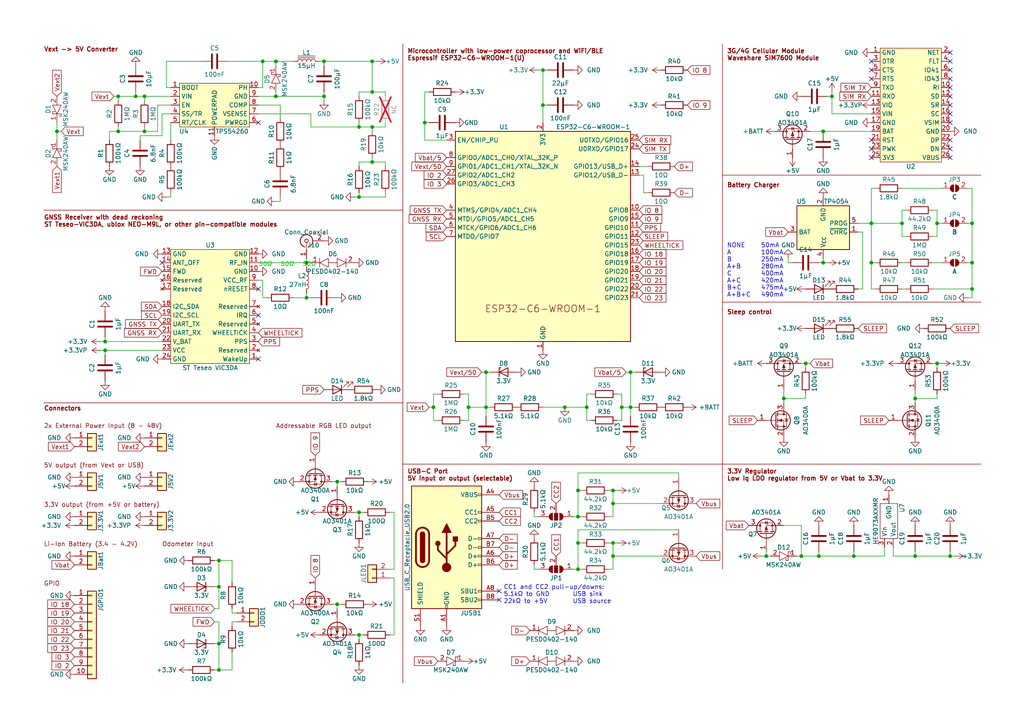
<source format=kicad_sch>
(kicad_sch (version 20230121) (generator eeschema)
  (paper "A4")
  (title_block (title "Vextra Device") (date "2024-02-17") (rev "0.0") (company "janm.dev") (comment 1 "https://github.com/janm-dev/vextra") (comment 2 "Version 2 or later (CERN-OHL-S-2.0+; https://ohwr.org/cern_ohl_s_v2.txt)") (comment 3 "Licensed under the CERN Open Hardware Licence - Strongly Reciprocal") (comment 4 "Vextra Device"))
  (junction (at 63.5 194.31))
  (junction (at 104.14 57.15))
  (junction (at 34.29 38.1))
  (junction (at 271.78 64.77))
  (junction (at 140.97 118.11))
  (junction (at 182.88 107.95))
  (junction (at 63.5 186.69))
  (junction (at 104.14 184.15))
  (junction (at 30.48 101.6))
  (junction (at 238.76 38.1))
  (junction (at 140.97 107.95))
  (junction (at 281.94 64.77))
  (junction (at 252.73 76.2))
  (junction (at 261.62 64.77))
  (junction (at 281.94 76.2))
  (junction (at 167.64 142.24))
  (junction (at 271.78 105.41))
  (junction (at 93.98 17.78))
  (junction (at 34.29 27.94))
  (junction (at 93.98 27.94))
  (junction (at 104.14 148.59))
  (junction (at 241.3 27.94))
  (junction (at 63.5 162.56))
  (junction (at 88.9 76.2))
  (junction (at 233.68 105.41))
  (junction (at 80.01 17.78))
  (junction (at 180.34 118.11))
  (junction (at 76.2 17.78))
  (junction (at 177.8 142.24))
  (junction (at 107.95 46.99))
  (junction (at 16.51 38.1))
  (junction (at 123.19 35.56))
  (junction (at 167.64 149.86))
  (junction (at 41.91 38.1))
  (junction (at 80.01 27.94))
  (junction (at 39.37 27.94))
  (junction (at 265.43 115.57))
  (junction (at 222.25 161.29))
  (junction (at 265.43 161.29))
  (junction (at 88.9 86.36))
  (junction (at 275.59 161.29))
  (junction (at 107.95 36.83))
  (junction (at 170.18 118.11))
  (junction (at 63.5 170.18))
  (junction (at 97.79 175.26))
  (junction (at 252.73 64.77))
  (junction (at 135.89 118.11))
  (junction (at 238.76 76.2))
  (junction (at 177.8 161.29))
  (junction (at 237.49 161.29))
  (junction (at 167.64 165.1))
  (junction (at 41.91 27.94))
  (junction (at 30.48 99.06))
  (junction (at 232.41 161.29))
  (junction (at 281.94 83.82))
  (junction (at 227.33 115.57))
  (junction (at 182.88 118.11))
  (junction (at 167.64 157.48))
  (junction (at 125.73 118.11))
  (junction (at 157.48 20.32))
  (junction (at 104.14 36.83))
  (junction (at 157.48 30.48))
  (junction (at 107.95 26.67))
  (junction (at 107.95 17.78))
  (junction (at 97.79 139.7))
  (junction (at 163.83 118.11))
  (junction (at 177.8 146.05))
  (junction (at 247.65 161.29))
  (junction (at 177.8 157.48))
  (no_connect (at 275.59 27.94))
  (no_connect (at 275.59 33.02))
  (no_connect (at 74.93 83.82))
  (no_connect (at 74.93 91.44))
  (no_connect (at 252.73 43.18))
  (no_connect (at 275.59 40.64))
  (no_connect (at 252.73 45.72))
  (no_connect (at 275.59 20.32))
  (no_connect (at 275.59 45.72))
  (no_connect (at 275.59 15.24))
  (no_connect (at 252.73 20.32))
  (no_connect (at 252.73 40.64))
  (no_connect (at 74.93 35.56))
  (no_connect (at 252.73 22.86))
  (no_connect (at 252.73 17.78))
  (no_connect (at 275.59 35.56))
  (no_connect (at 144.78 171.45))
  (no_connect (at 275.59 30.48))
  (no_connect (at 275.59 22.86))
  (no_connect (at 74.93 104.14))
  (no_connect (at 275.59 43.18))
  (no_connect (at 275.59 17.78))
  (no_connect (at 46.99 76.2))
  (no_connect (at 275.59 25.4))
  (no_connect (at 144.78 173.99))
  (wire (pts (xy 177.8 146.05) (xy 191.77 146.05)))
  (wire (pts (xy 107.95 36.83) (xy 104.14 36.83)))
  (wire (pts (xy 227.33 113.03) (xy 227.33 115.57)))
  (wire (pts (xy 88.9 76.2) (xy 74.93 76.2)))
  (wire (pts (xy 125.73 121.92) (xy 127 121.92)))
  (wire (pts (xy 93.98 17.78) (xy 107.95 17.78)))
  (wire (pts (xy 63.5 186.69) (xy 63.5 194.31)))
  (wire (pts (xy 67.31 162.56) (xy 63.5 162.56)))
  (wire (pts (xy 113.03 165.1) (xy 114.3 165.1)))
  (wire (pts (xy 67.31 180.34) (xy 68.58 180.34)))
  (wire (pts (xy 157.48 20.32) (xy 157.48 30.48)))
  (wire (pts (xy 90.17 36.83) (xy 90.17 33.02)))
  (wire (pts (xy 177.8 161.29) (xy 191.77 161.29)))
  (wire (pts (xy 256.54 158.75) (xy 256.54 161.29)))
  (wire (pts (xy 281.94 64.77) (xy 281.94 76.2)))
  (wire (pts (xy 179.07 142.24) (xy 177.8 142.24)))
  (wire (pts (xy 222.25 161.29) (xy 223.52 161.29)))
  (wire (pts (xy 168.91 165.1) (xy 167.64 165.1)))
  (wire (pts (xy 154.94 149.86) (xy 154.94 148.59)))
  (wire (pts (xy 76.2 86.36) (xy 76.2 81.28)))
  (wire (pts (xy 180.34 118.11) (xy 182.88 118.11)))
  (wire (pts (xy 104.14 35.56) (xy 104.14 36.83)))
  (wire (pts (xy 262.89 68.58) (xy 261.62 68.58)))
  (wire (pts (xy 80.01 27.94) (xy 74.93 27.94)))
  (wire (pts (xy 241.3 26.67) (xy 241.3 27.94)))
  (wire (pts (xy 176.53 165.1) (xy 177.8 165.1)))
  (wire (pts (xy 261.62 60.96) (xy 262.89 60.96)))
  (wire (pts (xy 238.76 76.2) (xy 240.03 76.2)))
  (wire (pts (xy 93.98 29.21) (xy 93.98 27.94)))
  (wire (pts (xy 167.64 165.1) (xy 167.64 157.48)))
  (wire (pts (xy 271.78 105.41) (xy 271.78 106.68)))
  (wire (pts (xy 168.91 149.86) (xy 167.64 149.86)))
  (wire (pts (xy 80.01 27.94) (xy 93.98 27.94)))
  (wire (pts (xy 80.01 26.67) (xy 80.01 27.94)))
  (wire (pts (xy 80.01 17.78) (xy 76.2 17.78)))
  (polyline (pts (xy 209.55 12.7) (xy 209.55 50.8)) (stroke (width 0) (color 132 0 0 1)))
  (wire (pts (xy 270.51 105.41) (xy 271.78 105.41)))
  (wire (pts (xy 124.46 26.67) (xy 123.19 26.67)))
  (wire (pts (xy 63.5 186.69) (xy 62.23 186.69)))
  (wire (pts (xy 179.07 157.48) (xy 177.8 157.48)))
  (wire (pts (xy 265.43 115.57) (xy 265.43 116.84)))
  (wire (pts (xy 123.19 40.64) (xy 129.54 40.64)))
  (wire (pts (xy 97.79 175.26) (xy 97.79 176.53)))
  (wire (pts (xy 280.67 54.61) (xy 281.94 54.61)))
  (wire (pts (xy 196.85 137.16) (xy 167.64 137.16)))
  (wire (pts (xy 182.88 107.95) (xy 182.88 118.11)))
  (wire (pts (xy 102.87 148.59) (xy 104.14 148.59)))
  (wire (pts (xy 97.79 139.7) (xy 97.79 140.97)))
  (wire (pts (xy 179.07 121.92) (xy 180.34 121.92)))
  (wire (pts (xy 45.72 38.1) (xy 45.72 30.48)))
  (wire (pts (xy 66.04 17.78) (xy 76.2 17.78)))
  (wire (pts (xy 186.69 50.8) (xy 186.69 55.88)))
  (wire (pts (xy 104.14 26.67) (xy 104.14 27.94)))
  (wire (pts (xy 58.42 17.78) (xy 48.26 17.78)))
  (wire (pts (xy 16.51 38.1) (xy 17.78 38.1)))
  (wire (pts (xy 49.53 35.56) (xy 49.53 40.64)))
  (wire (pts (xy 275.59 160.02) (xy 275.59 161.29)))
  (wire (pts (xy 233.68 114.3) (xy 233.68 115.57)))
  (wire (pts (xy 259.08 158.75) (xy 259.08 161.29)))
  (wire (pts (xy 232.41 105.41) (xy 233.68 105.41)))
  (wire (pts (xy 228.6 76.2) (xy 229.87 76.2)))
  (wire (pts (xy 280.67 76.2) (xy 281.94 76.2)))
  (wire (pts (xy 104.14 184.15) (xy 104.14 185.42)))
  (wire (pts (xy 67.31 189.23) (xy 67.31 194.31)))
  (wire (pts (xy 261.62 54.61) (xy 273.05 54.61)))
  (wire (pts (xy 182.88 118.11) (xy 184.15 118.11)))
  (wire (pts (xy 107.95 17.78) (xy 109.22 17.78)))
  (wire (pts (xy 273.05 64.77) (xy 271.78 64.77)))
  (wire (pts (xy 113.03 167.64) (xy 114.3 167.64)))
  (wire (pts (xy 104.14 55.88) (xy 104.14 57.15)))
  (wire (pts (xy 102.87 184.15) (xy 104.14 184.15)))
  (wire (pts (xy 177.8 146.05) (xy 177.8 149.86)))
  (wire (pts (xy 281.94 76.2) (xy 281.94 83.82)))
  (wire (pts (xy 90.17 86.36) (xy 88.9 86.36)))
  (wire (pts (xy 248.92 83.82) (xy 250.19 83.82)))
  (wire (pts (xy 34.29 27.94) (xy 39.37 27.94)))
  (wire (pts (xy 81.28 58.42) (xy 81.28 57.15)))
  (wire (pts (xy 232.41 152.4) (xy 232.41 161.29)))
  (wire (pts (xy 76.2 17.78) (xy 76.2 25.4)))
  (wire (pts (xy 88.9 86.36) (xy 88.9 85.09)))
  (wire (pts (xy 49.53 57.15) (xy 49.53 55.88)))
  (wire (pts (xy 46.99 39.37) (xy 40.64 39.37)))
  (wire (pts (xy 85.09 86.36) (xy 88.9 86.36)))
  (wire (pts (xy 135.89 118.11) (xy 140.97 118.11)))
  (wire (pts (xy 177.8 161.29) (xy 177.8 165.1)))
  (wire (pts (xy 93.98 19.05) (xy 93.98 17.78)))
  (wire (pts (xy 167.64 137.16) (xy 167.64 142.24)))
  (wire (pts (xy 30.48 101.6) (xy 30.48 102.87)))
  (polyline (pts (xy 116.84 134.62) (xy 116.84 198.12)) (stroke (width 0) (color 132 0 0 1)))
  (wire (pts (xy 157.48 20.32) (xy 158.75 20.32)))
  (wire (pts (xy 62.23 162.56) (xy 63.5 162.56)))
  (wire (pts (xy 127 114.3) (xy 125.73 114.3)))
  (wire (pts (xy 177.8 142.24) (xy 177.8 146.05)))
  (polyline (pts (xy 116.84 134.62) (xy 116.84 134.62)) (stroke (width 0) (color 132 0 0 1)))
  (wire (pts (xy 270.51 83.82) (xy 281.94 83.82)))
  (wire (pts (xy 81.28 58.42) (xy 80.01 58.42)))
  (wire (pts (xy 135.89 114.3) (xy 135.89 118.11)))
  (wire (pts (xy 222.25 161.29) (xy 222.25 160.02)))
  (wire (pts (xy 48.26 17.78) (xy 48.26 25.4)))
  (wire (pts (xy 177.8 142.24) (xy 176.53 142.24)))
  (wire (pts (xy 237.49 160.02) (xy 237.49 161.29)))
  (wire (pts (xy 29.21 101.6) (xy 30.48 101.6)))
  (wire (pts (xy 233.68 115.57) (xy 227.33 115.57)))
  (wire (pts (xy 281.94 86.36) (xy 280.67 86.36)))
  (polyline (pts (xy 209.55 87.63) (xy 284.48 87.63)) (stroke (width 0) (color 132 0 0 1)))
  (wire (pts (xy 265.43 160.02) (xy 265.43 161.29)))
  (wire (pts (xy 67.31 180.34) (xy 67.31 181.61)))
  (wire (pts (xy 74.93 33.02) (xy 90.17 33.02)))
  (wire (pts (xy 140.97 120.65) (xy 140.97 118.11)))
  (wire (pts (xy 237.49 161.29) (xy 247.65 161.29)))
  (wire (pts (xy 107.95 17.78) (xy 107.95 26.67)))
  (wire (pts (xy 74.93 30.48) (xy 81.28 30.48)))
  (wire (pts (xy 88.9 76.2) (xy 90.17 76.2)))
  (wire (pts (xy 254 76.2) (xy 252.73 76.2)))
  (wire (pts (xy 167.64 157.48) (xy 168.91 157.48)))
  (wire (pts (xy 232.41 161.29) (xy 237.49 161.29)))
  (polyline (pts (xy 116.84 12.7) (xy 116.84 60.96)) (stroke (width 0) (color 132 0 0 1)))
  (wire (pts (xy 228.6 74.93) (xy 228.6 76.2)))
  (wire (pts (xy 114.3 148.59) (xy 113.03 148.59)))
  (wire (pts (xy 167.64 142.24) (xy 168.91 142.24)))
  (wire (pts (xy 185.42 50.8) (xy 186.69 50.8)))
  (wire (pts (xy 41.91 27.94) (xy 41.91 29.21)))
  (wire (pts (xy 154.94 165.1) (xy 156.21 165.1)))
  (wire (pts (xy 180.34 121.92) (xy 180.34 118.11)))
  (wire (pts (xy 123.19 35.56) (xy 124.46 35.56)))
  (wire (pts (xy 30.48 99.06) (xy 30.48 97.79)))
  (wire (pts (xy 104.14 184.15) (xy 105.41 184.15)))
  (wire (pts (xy 238.76 38.1) (xy 234.95 38.1)))
  (wire (pts (xy 254 83.82) (xy 252.73 83.82)))
  (polyline (pts (xy 209.55 87.63) (xy 209.55 134.62)) (stroke (width 0) (color 132 0 0 1)))
  (wire (pts (xy 227.33 115.57) (xy 227.33 116.84)))
  (wire (pts (xy 107.95 36.83) (xy 107.95 38.1)))
  (wire (pts (xy 177.8 157.48) (xy 177.8 161.29)))
  (wire (pts (xy 135.89 121.92) (xy 135.89 118.11)))
  (wire (pts (xy 39.37 27.94) (xy 41.91 27.94)))
  (wire (pts (xy 280.67 64.77) (xy 281.94 64.77)))
  (wire (pts (xy 93.98 17.78) (xy 92.71 17.78)))
  (wire (pts (xy 170.18 121.92) (xy 171.45 121.92)))
  (wire (pts (xy 114.3 165.1) (xy 114.3 148.59)))
  (wire (pts (xy 114.3 167.64) (xy 114.3 184.15)))
  (wire (pts (xy 30.48 101.6) (xy 46.99 101.6)))
  (wire (pts (xy 156.21 20.32) (xy 157.48 20.32)))
  (wire (pts (xy 181.61 107.95) (xy 182.88 107.95)))
  (wire (pts (xy 170.18 114.3) (xy 170.18 118.11)))
  (wire (pts (xy 233.68 105.41) (xy 233.68 106.68)))
  (wire (pts (xy 140.97 107.95) (xy 140.97 118.11)))
  (wire (pts (xy 261.62 68.58) (xy 261.62 64.77)))
  (wire (pts (xy 29.21 99.06) (xy 30.48 99.06)))
  (polyline (pts (xy 116.84 116.84) (xy 116.84 134.62)) (stroke (width 0) (color 132 0 0 1)))
  (wire (pts (xy 265.43 161.29) (xy 259.08 161.29)))
  (wire (pts (xy 262.89 76.2) (xy 261.62 76.2)))
  (wire (pts (xy 125.73 114.3) (xy 125.73 118.11)))
  (wire (pts (xy 252.73 54.61) (xy 252.73 64.77)))
  (wire (pts (xy 271.78 68.58) (xy 270.51 68.58)))
  (wire (pts (xy 99.06 175.26) (xy 97.79 175.26)))
  (wire (pts (xy 81.28 30.48) (xy 81.28 34.29)))
  (wire (pts (xy 123.19 35.56) (xy 123.19 40.64)))
  (wire (pts (xy 238.76 76.2) (xy 238.76 74.93)))
  (wire (pts (xy 41.91 36.83) (xy 41.91 38.1)))
  (wire (pts (xy 167.64 153.67) (xy 167.64 157.48)))
  (wire (pts (xy 177.8 157.48) (xy 176.53 157.48)))
  (wire (pts (xy 271.78 105.41) (xy 273.05 105.41)))
  (wire (pts (xy 196.85 153.67) (xy 167.64 153.67)))
  (wire (pts (xy 180.34 114.3) (xy 179.07 114.3)))
  (wire (pts (xy 270.51 60.96) (xy 271.78 60.96)))
  (wire (pts (xy 99.06 139.7) (xy 97.79 139.7)))
  (wire (pts (xy 134.62 114.3) (xy 135.89 114.3)))
  (wire (pts (xy 88.9 74.93) (xy 88.9 76.2)))
  (wire (pts (xy 39.37 26.67) (xy 39.37 27.94)))
  (wire (pts (xy 33.02 27.94) (xy 34.29 27.94)))
  (wire (pts (xy 240.03 27.94) (xy 241.3 27.94)))
  (wire (pts (xy 270.51 76.2) (xy 273.05 76.2)))
  (wire (pts (xy 41.91 27.94) (xy 49.53 27.94)))
  (wire (pts (xy 16.51 38.1) (xy 16.51 40.64)))
  (wire (pts (xy 139.7 107.95) (xy 140.97 107.95)))
  (wire (pts (xy 185.42 48.26) (xy 187.96 48.26)))
  (polyline (pts (xy 116.84 60.96) (xy 116.84 116.84)) (stroke (width 0) (color 132 0 0 1)))
  (wire (pts (xy 134.62 121.92) (xy 135.89 121.92)))
  (wire (pts (xy 247.65 160.02) (xy 247.65 161.29)))
  (wire (pts (xy 238.76 38.1) (xy 252.73 38.1)))
  (wire (pts (xy 182.88 120.65) (xy 182.88 118.11)))
  (wire (pts (xy 93.98 27.94) (xy 93.98 26.67)))
  (wire (pts (xy 63.5 170.18) (xy 63.5 176.53)))
  (wire (pts (xy 111.76 57.15) (xy 111.76 55.88)))
  (wire (pts (xy 170.18 118.11) (xy 170.18 121.92)))
  (wire (pts (xy 102.87 57.15) (xy 104.14 57.15)))
  (wire (pts (xy 34.29 36.83) (xy 34.29 38.1)))
  (wire (pts (xy 48.26 25.4) (xy 49.53 25.4)))
  (wire (pts (xy 275.59 161.29) (xy 265.43 161.29)))
  (wire (pts (xy 281.94 54.61) (xy 281.94 64.77)))
  (wire (pts (xy 247.65 161.29) (xy 256.54 161.29)))
  (wire (pts (xy 111.76 48.26) (xy 111.76 46.99)))
  (wire (pts (xy 271.78 115.57) (xy 265.43 115.57)))
  (wire (pts (xy 241.3 33.02) (xy 252.73 33.02)))
  (wire (pts (xy 233.68 105.41) (xy 234.95 105.41)))
  (wire (pts (xy 252.73 54.61) (xy 254 54.61)))
  (wire (pts (xy 107.95 46.99) (xy 104.14 46.99)))
  (wire (pts (xy 49.53 57.15) (xy 48.26 57.15)))
  (wire (pts (xy 125.73 118.11) (xy 125.73 121.92)))
  (wire (pts (xy 271.78 114.3) (xy 271.78 115.57)))
  (wire (pts (xy 30.48 99.06) (xy 46.99 99.06)))
  (polyline (pts (xy 209.55 50.8) (xy 284.48 50.8)) (stroke (width 0) (color 132 0 0 1)))
  (wire (pts (xy 107.95 45.72) (xy 107.95 46.99)))
  (wire (pts (xy 31.75 38.1) (xy 34.29 38.1)))
  (wire (pts (xy 186.69 55.88) (xy 187.96 55.88)))
  (wire (pts (xy 276.86 161.29) (xy 275.59 161.29)))
  (wire (pts (xy 80.01 17.78) (xy 85.09 17.78)))
  (wire (pts (xy 180.34 118.11) (xy 180.34 114.3)))
  (polyline (pts (xy 209.55 134.62) (xy 284.48 134.62)) (stroke (width 0) (color 132 0 0 1)))
  (wire (pts (xy 63.5 180.34) (xy 62.23 180.34)))
  (wire (pts (xy 111.76 35.56) (xy 111.76 36.83)))
  (wire (pts (xy 104.14 148.59) (xy 104.14 149.86)))
  (wire (pts (xy 157.48 30.48) (xy 157.48 35.56)))
  (wire (pts (xy 111.76 36.83) (xy 107.95 36.83)))
  (wire (pts (xy 154.94 163.83) (xy 154.94 165.1)))
  (wire (pts (xy 176.53 149.86) (xy 177.8 149.86)))
  (wire (pts (xy 104.14 57.15) (xy 111.76 57.15)))
  (wire (pts (xy 31.75 40.64) (xy 31.75 38.1)))
  (wire (pts (xy 182.88 107.95) (xy 184.15 107.95)))
  (wire (pts (xy 76.2 25.4) (xy 74.93 25.4)))
  (wire (pts (xy 265.43 113.03) (xy 265.43 115.57)))
  (wire (pts (xy 40.64 39.37) (xy 40.64 40.64)))
  (wire (pts (xy 140.97 107.95) (xy 142.24 107.95)))
  (wire (pts (xy 67.31 194.31) (xy 63.5 194.31)))
  (wire (pts (xy 88.9 77.47) (xy 88.9 76.2)))
  (wire (pts (xy 96.52 175.26) (xy 97.79 175.26)))
  (wire (pts (xy 157.48 30.48) (xy 158.75 30.48)))
  (wire (pts (xy 104.14 148.59) (xy 105.41 148.59)))
  (wire (pts (xy 231.14 161.29) (xy 232.41 161.29)))
  (wire (pts (xy 142.24 118.11) (xy 140.97 118.11)))
  (wire (pts (xy 123.19 35.56) (xy 123.19 26.67)))
  (wire (pts (xy 252.73 64.77) (xy 252.73 76.2)))
  (wire (pts (xy 252.73 83.82) (xy 252.73 76.2)))
  (wire (pts (xy 241.3 27.94) (xy 241.3 33.02)))
  (wire (pts (xy 90.17 36.83) (xy 104.14 36.83)))
  (wire (pts (xy 237.49 76.2) (xy 238.76 76.2)))
  (wire (pts (xy 104.14 46.99) (xy 104.14 48.26)))
  (wire (pts (xy 62.23 194.31) (xy 63.5 194.31)))
  (wire (pts (xy 262.89 83.82) (xy 261.62 83.82)))
  (wire (pts (xy 154.94 149.86) (xy 156.21 149.86)))
  (wire (pts (xy 196.85 138.43) (xy 196.85 137.16)))
  (wire (pts (xy 16.51 35.56) (xy 16.51 38.1)))
  (wire (pts (xy 34.29 38.1) (xy 41.91 38.1)))
  (polyline (pts (xy 12.7 60.96) (xy 116.84 60.96)) (stroke (width 0) (color 132 0 0 1)))
  (wire (pts (xy 34.29 27.94) (xy 34.29 29.21)))
  (wire (pts (xy 76.2 86.36) (xy 77.47 86.36)))
  (polyline (pts (xy 209.55 134.62) (xy 209.55 165.1)) (stroke (width 0) (color 132 0 0 1)))
  (wire (pts (xy 250.19 67.31) (xy 248.92 67.31)))
  (wire (pts (xy 114.3 184.15) (xy 113.03 184.15)))
  (wire (pts (xy 67.31 168.91) (xy 67.31 162.56)))
  (wire (pts (xy 45.72 30.48) (xy 49.53 30.48)))
  (polyline (pts (xy 209.55 50.8) (xy 209.55 87.63)) (stroke (width 0) (color 132 0 0 1)))
  (wire (pts (xy 124.46 118.11) (xy 125.73 118.11)))
  (wire (pts (xy 76.2 81.28) (xy 74.93 81.28)))
  (wire (pts (xy 250.19 83.82) (xy 250.19 67.31)))
  (wire (pts (xy 67.31 176.53) (xy 67.31 177.8)))
  (wire (pts (xy 67.31 177.8) (xy 68.58 177.8)))
  (wire (pts (xy 248.92 64.77) (xy 252.73 64.77)))
  (wire (pts (xy 107.95 46.99) (xy 111.76 46.99)))
  (wire (pts (xy 80.01 17.78) (xy 80.01 19.05)))
  (wire (pts (xy 41.91 38.1) (xy 45.72 38.1)))
  (polyline (pts (xy 12.7 116.84) (xy 116.84 116.84)) (stroke (width 0) (color 132 0 0 1)))
  (wire (pts (xy 271.78 64.77) (xy 271.78 68.58)))
  (wire (pts (xy 271.78 60.96) (xy 271.78 64.77)))
  (wire (pts (xy 46.99 39.37) (xy 46.99 33.02)))
  (wire (pts (xy 167.64 149.86) (xy 167.64 142.24)))
  (wire (pts (xy 63.5 180.34) (xy 63.5 186.69)))
  (wire (pts (xy 63.5 170.18) (xy 62.23 170.18)))
  (wire (pts (xy 163.83 118.11) (xy 170.18 118.11)))
  (wire (pts (xy 281.94 86.36) (xy 281.94 83.82)))
  (wire (pts (xy 227.33 152.4) (xy 232.41 152.4)))
  (wire (pts (xy 107.95 26.67) (xy 111.76 26.67)))
  (wire (pts (xy 63.5 162.56) (xy 63.5 170.18)))
  (wire (pts (xy 157.48 118.11) (xy 163.83 118.11)))
  (wire (pts (xy 166.37 165.1) (xy 167.64 165.1)))
  (wire (pts (xy 46.99 33.02) (xy 49.53 33.02)))
  (wire (pts (xy 222.25 161.29) (xy 220.98 161.29)))
  (wire (pts (xy 96.52 139.7) (xy 97.79 139.7)))
  (wire (pts (xy 111.76 27.94) (xy 111.76 26.67)))
  (wire (pts (xy 166.37 149.86) (xy 167.64 149.86)))
  (wire (pts (xy 252.73 64.77) (xy 261.62 64.77)))
  (polyline (pts (xy 116.84 134.62) (xy 209.55 134.62)) (stroke (width 0) (color 132 0 0 1)))
  (wire (pts (xy 63.5 176.53) (xy 62.23 176.53)))
  (wire (pts (xy 171.45 114.3) (xy 170.18 114.3)))
  (wire (pts (xy 261.62 64.77) (xy 261.62 60.96)))
  (wire (pts (xy 107.95 26.67) (xy 104.14 26.67)))
  (text "2x External Power Input (8 - 48V)" (at 12.7 124.46 0) (effects (font (size 1.27 1.27)) (justify left bottom)))
  (text "Battery Charger" (at 210.82 54.61 0) (effects (font (size 1.27 1.27) (thickness 0.254) bold) (justify left bottom)))
  (text "50Ω" (at 87.63 77.47 0) (effects (font (size 1.27 1.27) italic) (justify left bottom)))
  (text "50Ω" (at 81.28 77.47 0) (effects (font (size 1.27 1.27) italic) (justify left bottom)))
  (text "NONE	50mA\nA		100mA\nB		250mA\nA+B		280mA\nC		400mA\nA+C		420mA\nB+C		475mA\nA+B+C	490mA" (at 210.82 86.36 0) (effects (font (size 1.27 1.27)) (justify left bottom)))
  (text "3.3V Regulator\nLow Iq LDO regulator from 5V or Vbat to 3.3V" (at 210.82 139.7 0) (effects (font (size 1.27 1.27) (thickness 0.254) bold) (justify left bottom)))
  (text "3.3V output (from +5V or battery)" (at 12.7 147.32 0) (effects (font (size 1.27 1.27)) (justify left bottom)))
  (text "5V output (from Vext or USB)" (at 12.7 135.89 0) (effects (font (size 1.27 1.27)) (justify left bottom)))
  (text "Sleep control" (at 210.82 91.44 0) (effects (font (size 1.27 1.27) (thickness 0.254) bold) (justify left bottom)))
  (text "GNSS Receiver with dead reckoning\nST Teseo-VIC3DA, ublox NEO-M9L, or other pin-compatible modules" (at 12.7 66.04 0) (effects (font (size 1.27 1.27) (thickness 0.254) bold) (justify left bottom)))
  (text "Addressable RGB LED output" (at 80.01 124.46 0) (effects (font (size 1.27 1.27)) (justify left bottom)))
  (text "GPIO" (at 12.7 170.18 0) (effects (font (size 1.27 1.27)) (justify left bottom)))
  (text "Vext -> 5V Converter" (at 12.7 15.24 0) (effects (font (size 1.27 1.27) (thickness 0.254) bold) (justify left bottom)))
  (text "Connectors" (at 12.7 119.38 0) (effects (font (size 1.27 1.27) (thickness 0.254) bold) (justify left bottom)))
  (text "CC1 and CC2 pull-up/downs:\n5.1kΩ to GND	USB sink\n22kΩ to +5V 	USB source" (at 146.05 175.26 0) (effects (font (size 1.27 1.27)) (justify left bottom)))
  (text "Microcontroller with low-power coprocessor and WiFi/BLE\nEspressif ESP32-C6-WROOM-1(U)" (at 118.11 17.78 0) (effects (font (size 1.27 1.27) (thickness 0.254) bold) (justify left bottom)))
  (text "USB-C Port\n5V input or output (selectable)" (at 118.11 139.7 0) (effects (font (size 1.27 1.27) (thickness 0.254) bold) (justify left bottom)))
  (text "50Ω" (at 74.93 77.47 0) (effects (font (size 1.27 1.27) italic) (justify left bottom)))
  (text "Li-Ion Battery (3.4 - 4.2V)" (at 12.7 158.75 0) (effects (font (size 1.27 1.27)) (justify left bottom)))
  (text "Odometer input" (at 46.99 158.75 0) (effects (font (size 1.27 1.27)) (justify left bottom)))
  (text "3G/4G Cellular Module\nWaveshare SIM7600 Module" (at 210.82 17.78 0) (effects (font (size 1.27 1.27) (thickness 0.254) bold) (justify left bottom)))
  (global_label "SDA" (shape input) (at 46.99 88.9 180) (property "Intersheetrefs" "${INTERSHEET_REFS}" (effects hide)))
  (global_label "IO 9" (shape input) (at 91.44 132.08 90) (property "Intersheetrefs" "${INTERSHEET_REFS}" (effects hide)))
  (global_label "PPS" (shape input) (at 93.98 113.03 180) (property "Intersheetrefs" "${INTERSHEET_REFS}" (effects hide)))
  (global_label "Vbat" (shape input) (at 21.59 163.83 180) (property "Intersheetrefs" "${INTERSHEET_REFS}" (effects hide)))
  (global_label "D+" (shape input) (at 144.78 161.29 0) (property "Intersheetrefs" "${INTERSHEET_REFS}" (effects hide)))
  (global_label "IO 20" (shape input) (at 185.42 78.74 0) (property "Intersheetrefs" "${INTERSHEET_REFS}" (effects hide)))
  (global_label "GNSS TX" (shape input) (at 129.54 60.96 180) (property "Intersheetrefs" "${INTERSHEET_REFS}" (effects hide)))
  (global_label "SIM RX" (shape input) (at 252.73 27.94 180) (property "Intersheetrefs" "${INTERSHEET_REFS}" (effects hide)))
  (global_label "IO 8" (shape input) (at 199.39 20.32 0) (property "Intersheetrefs" "${INTERSHEET_REFS}" (effects hide)))
  (global_label "Vbat" (shape input) (at 217.17 152.4 180) (property "Intersheetrefs" "${INTERSHEET_REFS}" (effects hide)))
  (global_label "D-" (shape input) (at 153.67 182.88 180) (property "Intersheetrefs" "${INTERSHEET_REFS}" (effects hide)))
  (global_label "WHEELTICK" (shape input) (at 185.42 71.12 0) (property "Intersheetrefs" "${INTERSHEET_REFS}" (effects hide)))
  (global_label "CC1" (shape input) (at 144.78 148.59 0) (property "Intersheetrefs" "${INTERSHEET_REFS}" (effects hide)))
  (global_label "Vbat{slash}5" (shape input) (at 181.61 107.95 180) (property "Intersheetrefs" "${INTERSHEET_REFS}" (effects hide)))
  (global_label "IO 9" (shape input) (at 185.42 63.5 0) (property "Intersheetrefs" "${INTERSHEET_REFS}" (effects hide)))
  (global_label "PPS" (shape input) (at 185.42 66.04 0) (property "Intersheetrefs" "${INTERSHEET_REFS}" (effects hide)))
  (global_label "IO 22" (shape input) (at 185.42 83.82 0) (property "Intersheetrefs" "${INTERSHEET_REFS}" (effects hide)))
  (global_label "Vext" (shape input) (at 17.78 38.1 0) (property "Intersheetrefs" "${INTERSHEET_REFS}" (effects hide)))
  (global_label "SLEEP" (shape input) (at 275.59 95.25 0) (property "Intersheetrefs" "${INTERSHEET_REFS}" (effects hide)))
  (global_label "IO 23" (shape input) (at 21.59 187.96 180) (property "Intersheetrefs" "${INTERSHEET_REFS}" (effects hide)))
  (global_label "Vbat" (shape input) (at 234.95 105.41 0) (property "Intersheetrefs" "${INTERSHEET_REFS}" (effects hide)))
  (global_label "IO 20" (shape input) (at 21.59 180.34 180) (property "Intersheetrefs" "${INTERSHEET_REFS}" (effects hide)))
  (global_label "Vbat" (shape input) (at 228.6 67.31 180) (property "Intersheetrefs" "${INTERSHEET_REFS}" (effects hide)))
  (global_label "IO 22" (shape input) (at 21.59 185.42 180) (property "Intersheetrefs" "${INTERSHEET_REFS}" (effects hide)))
  (global_label "FWD" (shape input) (at 62.23 180.34 180) (property "Intersheetrefs" "${INTERSHEET_REFS}" (effects hide)))
  (global_label "IO 3" (shape input) (at 129.54 53.34 180) (property "Intersheetrefs" "${INTERSHEET_REFS}" (effects hide)))
  (global_label "SLEEP" (shape input) (at 219.71 121.92 180) (property "Intersheetrefs" "${INTERSHEET_REFS}" (effects hide)))
  (global_label "D-" (shape input) (at 195.58 55.88 0) (property "Intersheetrefs" "${INTERSHEET_REFS}" (effects hide)))
  (global_label "IO 21" (shape input) (at 21.59 182.88 180) (property "Intersheetrefs" "${INTERSHEET_REFS}" (effects hide)))
  (global_label "CC2" (shape input) (at 144.78 151.13 0) (property "Intersheetrefs" "${INTERSHEET_REFS}" (effects hide)))
  (global_label "Vext" (shape input) (at 124.46 118.11 180) (property "Intersheetrefs" "${INTERSHEET_REFS}" (effects hide)))
  (global_label "D+" (shape input) (at 144.78 163.83 0) (property "Intersheetrefs" "${INTERSHEET_REFS}" (effects hide)))
  (global_label "Vext{slash}50" (shape input) (at 129.54 48.26 180) (property "Intersheetrefs" "${INTERSHEET_REFS}" (effects hide)))
  (global_label "SCL" (shape input) (at 46.99 91.44 180) (property "Intersheetrefs" "${INTERSHEET_REFS}" (effects hide)))
  (global_label "Vext1" (shape input) (at 16.51 48.26 270) (property "Intersheetrefs" "${INTERSHEET_REFS}" (effects hide)))
  (global_label "Vext" (shape input) (at 33.02 27.94 180) (property "Intersheetrefs" "${INTERSHEET_REFS}" (effects hide)))
  (global_label "Vbus" (shape input) (at 144.78 143.51 0) (property "Intersheetrefs" "${INTERSHEET_REFS}" (effects hide)))
  (global_label "GNSS RX" (shape input) (at 129.54 63.5 180) (property "Intersheetrefs" "${INTERSHEET_REFS}" (effects hide)))
  (global_label "Vbat{slash}5" (shape input) (at 129.54 45.72 180) (property "Intersheetrefs" "${INTERSHEET_REFS}" (effects hide)))
  (global_label "SIM TX" (shape input) (at 252.73 25.4 180) (property "Intersheetrefs" "${INTERSHEET_REFS}" (effects hide)))
  (global_label "SCL" (shape input) (at 129.54 68.58 180) (property "Intersheetrefs" "${INTERSHEET_REFS}" (effects hide)))
  (global_label "Vext2" (shape input) (at 41.91 129.54 180) (property "Intersheetrefs" "${INTERSHEET_REFS}" (effects hide)))
  (global_label "SIM RX" (shape input) (at 185.42 40.64 0) (property "Intersheetrefs" "${INTERSHEET_REFS}" (effects hide)))
  (global_label "IO 2" (shape input) (at 129.54 50.8 180) (property "Intersheetrefs" "${INTERSHEET_REFS}" (effects hide)))
  (global_label "D-" (shape input) (at 144.78 158.75 0) (property "Intersheetrefs" "${INTERSHEET_REFS}" (effects hide)))
  (global_label "FWD" (shape input) (at 46.99 78.74 180) (property "Intersheetrefs" "${INTERSHEET_REFS}" (effects hide)))
  (global_label "Vext1" (shape input) (at 21.59 129.54 180) (property "Intersheetrefs" "${INTERSHEET_REFS}" (effects hide)))
  (global_label "WHEELTICK" (shape input) (at 74.93 96.52 0) (property "Intersheetrefs" "${INTERSHEET_REFS}" (effects hide)))
  (global_label "SLEEP" (shape input) (at 257.81 121.92 180) (property "Intersheetrefs" "${INTERSHEET_REFS}" (effects hide)))
  (global_label "Vbus" (shape input) (at 201.93 161.29 0) (property "Intersheetrefs" "${INTERSHEET_REFS}" (effects hide)))
  (global_label "PPS" (shape input) (at 74.93 99.06 0) (property "Intersheetrefs" "${INTERSHEET_REFS}" (effects hide)))
  (global_label "Vbus" (shape input) (at 127 191.77 180) (property "Intersheetrefs" "${INTERSHEET_REFS}" (effects hide)))
  (global_label "IO 2" (shape input) (at 21.59 193.04 180) (property "Intersheetrefs" "${INTERSHEET_REFS}" (effects hide)))
  (global_label "CC1" (shape input) (at 161.29 161.29 90) (property "Intersheetrefs" "${INTERSHEET_REFS}" (effects hide)))
  (global_label "IO 18" (shape input) (at 21.59 175.26 180) (property "Intersheetrefs" "${INTERSHEET_REFS}" (effects hide)))
  (global_label "IO 21" (shape input) (at 185.42 81.28 0) (property "Intersheetrefs" "${INTERSHEET_REFS}" (effects hide)))
  (global_label "IO 19" (shape input) (at 185.42 76.2 0) (property "Intersheetrefs" "${INTERSHEET_REFS}" (effects hide)))
  (global_label "GNSS TX" (shape input) (at 46.99 93.98 180) (property "Intersheetrefs" "${INTERSHEET_REFS}" (effects hide)))
  (global_label "Vbus" (shape input) (at 201.93 146.05 0) (property "Intersheetrefs" "${INTERSHEET_REFS}" (effects hide)))
  (global_label "SLEEP" (shape input) (at 248.92 95.25 0) (property "Intersheetrefs" "${INTERSHEET_REFS}" (effects hide)))
  (global_label "IO 3" (shape input) (at 21.59 190.5 180) (property "Intersheetrefs" "${INTERSHEET_REFS}" (effects hide)))
  (global_label "WHEELTICK" (shape input) (at 62.23 176.53 180) (property "Intersheetrefs" "${INTERSHEET_REFS}" (effects hide)))
  (global_label "IO 8" (shape input) (at 185.42 60.96 0) (property "Intersheetrefs" "${INTERSHEET_REFS}" (effects hide)))
  (global_label "IO 18" (shape input) (at 185.42 73.66 0) (property "Intersheetrefs" "${INTERSHEET_REFS}" (effects hide)))
  (global_label "SIM TX" (shape input) (at 185.42 43.18 0) (property "Intersheetrefs" "${INTERSHEET_REFS}" (effects hide)))
  (global_label "D-" (shape input) (at 144.78 156.21 0) (property "Intersheetrefs" "${INTERSHEET_REFS}" (effects hide)))
  (global_label "SDA" (shape input) (at 129.54 66.04 180) (property "Intersheetrefs" "${INTERSHEET_REFS}" (effects hide)))
  (global_label "IO 19" (shape input) (at 21.59 177.8 180) (property "Intersheetrefs" "${INTERSHEET_REFS}" (effects hide)))
  (global_label "SLEEP" (shape input) (at 185.42 68.58 0) (property "Intersheetrefs" "${INTERSHEET_REFS}" (effects hide)))
  (global_label "Vext2" (shape input) (at 16.51 27.94 90) (property "Intersheetrefs" "${INTERSHEET_REFS}" (effects hide)))
  (global_label "D+" (shape input) (at 153.67 191.77 180) (property "Intersheetrefs" "${INTERSHEET_REFS}" (effects hide)))
  (global_label "IO 9" (shape input) (at 199.39 30.48 0) (property "Intersheetrefs" "${INTERSHEET_REFS}" (effects hide)))
  (global_label "D+" (shape input) (at 195.58 48.26 0) (property "Intersheetrefs" "${INTERSHEET_REFS}" (effects hide)))
  (global_label "IO 8" (shape input) (at 91.44 167.64 90) (property "Intersheetrefs" "${INTERSHEET_REFS}" (effects hide)))
  (global_label "CC2" (shape input) (at 161.29 146.05 90) (property "Intersheetrefs" "${INTERSHEET_REFS}" (effects hide)))
  (global_label "Vext{slash}50" (shape input) (at 139.7 107.95 180) (property "Intersheetrefs" "${INTERSHEET_REFS}" (effects hide)))
  (global_label "IO 23" (shape input) (at 185.42 86.36 0) (property "Intersheetrefs" "${INTERSHEET_REFS}" (effects hide)))
  (global_label "GNSS RX" (shape input) (at 46.99 96.52 180) (property "Intersheetrefs" "${INTERSHEET_REFS}" (effects hide)))
  (symbol (lib_id "Jumper:SolderJumper_2_Open") (at 276.86 76.2 0) (unit 1)
    (property "Reference" "JP5" (at 276.86 73.66 0))
    (property "Value" "A" (at 276.86 78.74 0) (effects (font bold)))
    (property "Footprint" "Jumper:SolderJumper-2_P1.3mm_Open_RoundedPad1.0x1.5mm" (effects hide))
  )
  (symbol (lib_id "Jumper:SolderJumper_2_Open") (at 276.86 54.61 0) (unit 1)
    (property "Reference" "JP3" (at 276.86 52.07 0))
    (property "Value" "C" (at 276.86 57.15 0) (effects (font bold)))
    (property "Footprint" "Jumper:SolderJumper-2_P1.3mm_Open_RoundedPad1.0x1.5mm" (effects hide))
  )
  (symbol (lib_id "power:+3.3V") (at 21.59 152.4 90) (unit 1)
    (property "Reference" "#PWR050" (effects hide))
    (property "Value" "+3.3V" (at 17.78 152.4 90) (effects (justify left)))
  )
  (symbol (lib_id "power:+3.3V") (at 273.05 105.41 270) (unit 1)
    (property "Reference" "#PWR018" (effects hide))
    (property "Value" "+3.3V" (at 275.59 105.41 90) (effects (justify left)))
  )
  (symbol (lib_id "Device:D_Zener") (at 58.42 170.18 180) (unit 1)
    (property "Reference" "D3" (at 58.42 167.64 0))
    (property "Value" "3.3V" (at 58.42 172.72 0))
    (property "Footprint" "_symbols:SMAF" (effects hide))
  )
  (symbol (lib_id "Device:R") (at 67.31 185.42 0) (unit 1)
    (property "Reference" "R9" (at 64.77 185.42 90))
    (property "Value" "10kΩ" (at 69.85 185.42 90))
    (property "Footprint" "Resistor_SMD:R_0603_1608Metric" (effects hide))
  )
  (symbol (lib_id "Transistor_FET:AO3401A") (at 229.87 40.64 90) (unit 1)
    (property "Reference" "Q10" (at 229.87 33.02 90))
    (property "Value" "AO3401A" (at 229.87 35.56 90))
    (property "Footprint" "Package_TO_SOT_SMD:SOT-23" (effects hide))
    (property "Datasheet" "http://www.aosmd.com/pdfs/datasheet/AO3401A.pdf" (effects hide))
  )
  (symbol (lib_id "power:GND") (at 86.36 175.26 270) (unit 1)
    (property "Reference" "#PWR043" (effects hide))
    (property "Value" "GND" (at 81.28 175.26 90))
  )
  (symbol (lib_id "Device:C") (at 128.27 35.56 90) (unit 1)
    (property "Reference" "C9" (at 128.27 31.75 90))
    (property "Value" "1µF" (at 128.27 39.37 90))
    (property "Footprint" "Capacitor_SMD:C_0603_1608Metric" (effects hide))
  )
  (symbol (lib_id "power:+3.3V") (at 191.77 30.48 90) (unit 1)
    (property "Reference" "#PWR076" (effects hide))
    (property "Value" "+3.3V" (at 187.96 30.48 90) (effects (justify left)))
  )
  (symbol (lib_id "power:+5V") (at 21.59 140.97 90) (unit 1)
    (property "Reference" "#PWR097" (effects hide))
    (property "Value" "+5V" (at 19.05 140.97 90) (effects (justify left)))
  )
  (symbol (lib_id "power:GND") (at 102.87 76.2 90) (unit 1)
    (property "Reference" "#PWR066" (effects hide))
    (property "Value" "GND" (at 107.95 76.2 90))
  )
  (symbol (lib_id "power:GND") (at 247.65 152.4 180) (unit 1)
    (property "Reference" "#PWR08" (effects hide))
    (property "Value" "GND" (at 247.65 148.59 0))
  )
  (symbol (lib_id "power:+5V") (at 179.07 157.48 270) (unit 1)
    (property "Reference" "#PWR080" (effects hide))
    (property "Value" "+5V" (at 181.61 157.48 90) (effects (justify left)))
  )
  (symbol (lib_id "Device:R") (at 128.27 26.67 270) (unit 1)
    (property "Reference" "R24" (at 128.27 24.13 90))
    (property "Value" "10kΩ" (at 128.27 29.21 90))
    (property "Footprint" "Resistor_SMD:R_0603_1608Metric" (effects hide))
  )
  (symbol (lib_id "Device:R") (at 58.42 194.31 90) (unit 1)
    (property "Reference" "R7" (at 58.42 191.77 90))
    (property "Value" "100kΩ" (at 58.42 196.85 90))
    (property "Footprint" "Resistor_SMD:R_0603_1608Metric" (effects hide))
  )
  (symbol (lib_id "power:GND") (at 30.48 90.17 180) (unit 1)
    (property "Reference" "#PWR046" (effects hide))
    (property "Value" "GND" (at 30.48 86.36 0))
  )
  (symbol (lib_id "Device:R") (at 41.91 33.02 0) (unit 1)
    (property "Reference" "R3" (at 39.37 33.02 90))
    (property "Value" "1MΩ" (at 44.45 33.02 90))
    (property "Footprint" "Resistor_SMD:R_0603_1608Metric" (effects hide))
  )
  (symbol (lib_id "Device:R") (at 172.72 142.24 90) (unit 1)
    (property "Reference" "R31" (at 172.72 139.7 90))
    (property "Value" "44.2kΩ" (at 172.72 144.78 90))
    (property "Footprint" "Resistor_SMD:R_0603_1608Metric" (effects hide))
  )
  (symbol (lib_id "power:GND") (at 74.93 78.74 90) (unit 1)
    (property "Reference" "#PWR041" (effects hide))
    (property "Value" "GND" (at 78.74 78.74 90) (effects (justify right)))
  )
  (symbol (lib_id "power:GND") (at 21.59 149.86 270) (unit 1)
    (property "Reference" "#PWR098" (effects hide))
    (property "Value" "GND" (at 17.78 149.86 90) (effects (justify right)))
  )
  (symbol (lib_id "power:GND") (at 21.59 161.29 270) (unit 1)
    (property "Reference" "#PWR062" (effects hide))
    (property "Value" "GND" (at 17.78 161.29 90) (effects (justify right)))
  )
  (symbol (lib_id "power:+5V") (at 241.3 26.67 0) (unit 1)
    (property "Reference" "#PWR010" (effects hide))
    (property "Value" "+5V" (at 241.3 22.86 0))
  )
  (symbol (lib_id "power:GND") (at 166.37 20.32 90) (unit 1)
    (property "Reference" "#PWR034" (effects hide))
    (property "Value" "GND" (at 170.18 20.32 90) (effects (justify right)))
  )
  (symbol (lib_id "power:GND") (at 157.48 101.6 0) (unit 1)
    (property "Reference" "#PWR01" (effects hide))
    (property "Value" "GND" (at 157.48 105.41 0))
  )
  (symbol (lib_id "Device:R") (at 191.77 55.88 270) (unit 1)
    (property "Reference" "R39" (at 191.77 53.34 90))
    (property "Value" "10Ω" (at 191.77 58.42 90))
    (property "Footprint" "Resistor_SMD:R_0603_1608Metric" (effects hide))
  )
  (symbol (lib_id "power:GND") (at 104.14 193.04 0) (unit 1)
    (property "Reference" "#PWR087" (effects hide))
    (property "Value" "GND" (at 104.14 196.85 0))
  )
  (symbol (lib_id "power:+5V") (at 233.68 83.82 90) (unit 1)
    (property "Reference" "#PWR081" (effects hide))
    (property "Value" "+5V" (at 231.14 83.82 90) (effects (justify left)))
  )
  (symbol (lib_id "PCM_Espressif:ESP32-C6-WROOM-1") (at 157.48 68.58 0) (unit 1)
    (property "Reference" "U1" (at 144.78 36.83 0) (effects (justify left)))
    (property "Value" "ESP32-C6-WROOM-1" (at 161.29 36.83 0) (effects (justify left)))
    (property "Footprint" "PCM_Espressif:ESP32-C6-WROOM-1U" (effects hide))
    (property "Datasheet" "https://www.espressif.com/sites/default/files/documentation/esp32-c6-wroom-1_datasheet_en.pdf" (effects hide))
  )
  (symbol (lib_id "power:GND") (at 191.77 107.95 90) (unit 1)
    (property "Reference" "#PWR092" (effects hide))
    (property "Value" "GND" (at 196.85 107.95 90))
  )
  (symbol (lib_id "Device:C") (at 81.28 53.34 180) (unit 1)
    (property "Reference" "C6" (at 77.47 53.34 90))
    (property "Value" "6.8nF" (at 85.09 53.34 90))
    (property "Footprint" "Capacitor_SMD:C_0603_1608Metric" (effects hide))
  )
  (symbol (lib_id "Device:R") (at 104.14 189.23 0) (unit 1)
    (property "Reference" "R18" (at 101.6 189.23 90))
    (property "Value" "1kΩ" (at 106.68 189.23 90))
    (property "Footprint" "Resistor_SMD:R_0603_1608Metric" (effects hide))
  )
  (symbol (lib_id "power:GND") (at 74.93 73.66 90) (unit 1)
    (property "Reference" "#PWR040" (effects hide))
    (property "Value" "GND" (at 78.74 73.66 90) (effects (justify right)))
  )
  (symbol (lib_id "power:GND") (at 257.81 143.51 180) (unit 1)
    (property "Reference" "#PWR023" (effects hide))
    (property "Value" "GND" (at 257.81 139.7 0))
  )
  (symbol (lib_id "Device:R") (at 81.28 86.36 270) (unit 1)
    (property "Reference" "R12" (at 81.28 83.82 90))
    (property "Value" "10Ω" (at 81.28 88.9 90))
    (property "Footprint" "Resistor_SMD:R_0603_1608Metric" (effects hide))
  )
  (symbol (lib_id "power:GND") (at 41.91 127 270) (unit 1)
    (property "Reference" "#PWR055" (effects hide))
    (property "Value" "GND" (at 38.1 127 90) (effects (justify right)))
  )
  (symbol (lib_id "power:+3.3V") (at 29.21 99.06 90) (unit 1)
    (property "Reference" "#PWR044" (effects hide))
    (property "Value" "+3.3V" (at 25.4 99.06 90) (effects (justify left)))
  )
  (symbol (lib_id "Device:R") (at 266.7 76.2 270) (unit 1)
    (property "Reference" "R50" (at 266.7 73.66 90))
    (property "Value" "10kΩ" (at 266.7 78.74 90))
    (property "Footprint" "Resistor_SMD:R_0603_1608Metric" (effects hide))
  )
  (symbol (lib_id "Device:R") (at 172.72 157.48 90) (unit 1)
    (property "Reference" "R33" (at 172.72 154.94 90))
    (property "Value" "44.2kΩ" (at 172.72 160.02 90))
    (property "Footprint" "Resistor_SMD:R_0603_1608Metric" (effects hide))
  )
  (symbol (lib_id "Device:C") (at 247.65 156.21 0) (unit 1)
    (property "Reference" "C18" (at 243.84 156.21 90))
    (property "Value" "1µF" (at 251.46 156.21 90))
    (property "Footprint" "Capacitor_SMD:C_0603_1608Metric" (effects hide))
  )
  (symbol (lib_id "power:+5V") (at 109.22 17.78 270) (unit 1)
    (property "Reference" "#PWR083" (effects hide))
    (property "Value" "+5V" (at 111.76 17.78 90) (effects (justify left)))
  )
  (symbol (lib_id "Device:R") (at 266.7 83.82 270) (unit 1)
    (property "Reference" "R51" (at 266.7 81.28 90))
    (property "Value" "10kΩ" (at 266.7 86.36 90))
    (property "Footprint" "Resistor_SMD:R_0603_1608Metric" (effects hide))
  )
  (symbol (lib_id "Device:R") (at 266.7 68.58 270) (unit 1)
    (property "Reference" "R49" (at 266.7 66.04 90))
    (property "Value" "1MΩ" (at 266.7 71.12 90))
    (property "Footprint" "Resistor_SMD:R_0603_1608Metric" (effects hide))
  )
  (symbol (lib_id "HE9073:HE9073AXXMR") (at 257.81 151.13 90) (unit 1)
    (property "Reference" "U7" (at 261.62 147.32 0))
    (property "Value" "HE9073AXXMR" (at 254 151.13 0))
    (property "Footprint" "Package_TO_SOT_SMD:SOT-23" (effects hide))
    (property "Datasheet" "https://datasheet.lcsc.com/lcsc/2008181810_HEERMICR-HE9073A33MR_C723793.pdf" (effects hide))
  )
  (symbol (lib_id "Connector_Generic:Conn_01x02") (at 46.99 127 0) (unit 1)
    (property "Reference" "JExt2" (at 49.53 128.27 90))
    (property "Value" "Conn_01x02" (effects hide))
    (property "Footprint" "_symbols:PH-2AWD" (effects hide))
  )
  (symbol (lib_id "MSK240AW:MSK240AW") (at 130.81 191.77 180) (unit 1)
    (property "Reference" "D7" (at 132.08 189.23 0) (effects (justify left)))
    (property "Value" "MSK240AW" (at 135.89 194.31 0) (effects (justify left)))
    (property "Footprint" "_symbols:MSK240AW" (effects hide))
    (property "Datasheet" "https://datasheet.lcsc.com/lcsc/2106070104_Shikues-MSK240AW_C2687557.pdf" (effects hide))
  )
  (symbol (lib_id "Device:R") (at 245.11 95.25 270) (unit 1)
    (property "Reference" "R55" (at 245.11 92.71 90))
    (property "Value" "1.8kΩ" (at 245.11 97.79 90))
    (property "Footprint" "Resistor_SMD:R_0603_1608Metric" (effects hide))
  )
  (symbol (lib_id "Device:R") (at 107.95 41.91 180) (unit 1)
    (property "Reference" "R19" (at 105.41 41.91 90))
    (property "Value" "10kΩ" (at 110.49 41.91 90))
    (property "Footprint" "Resistor_SMD:R_0603_1608Metric" (effects hide))
  )
  (symbol (lib_id "Device:R") (at 187.96 118.11 270) (unit 1)
    (property "Reference" "R37" (at 187.96 115.57 90))
    (property "Value" "10kΩ" (at 187.96 120.65 90))
    (property "Footprint" "Resistor_SMD:R_0603_1608Metric" (effects hide))
  )
  (symbol (lib_id "power:GND") (at 232.41 27.94 270) (unit 1)
    (property "Reference" "#PWR049" (effects hide))
    (property "Value" "GND" (at 228.6 27.94 90) (effects (justify right)))
  )
  (symbol (lib_id "Device:L_Iron") (at 88.9 17.78 90) (unit 1)
    (property "Reference" "L1" (at 88.9 15.24 90))
    (property "Value" "15µH" (at 88.9 19.05 90))
    (property "Footprint" "_symbols:Inductor SMD 11.6x10.1" (effects hide))
  )
  (symbol (lib_id "Device:R") (at 130.81 114.3 270) (unit 1)
    (property "Reference" "R25" (at 130.81 111.76 90))
    (property "Value" "1MΩ" (at 130.81 116.84 90))
    (property "Footprint" "Resistor_SMD:R_0603_1608Metric" (effects hide))
  )
  (symbol (lib_id "Transistor_FET:AO3401A") (at 97.79 146.05 270) (unit 1)
    (property "Reference" "Q3" (at 97.79 153.67 90))
    (property "Value" "AO3401A" (at 97.79 151.13 90))
    (property "Footprint" "Package_TO_SOT_SMD:SOT-23" (effects hide))
    (property "Datasheet" "http://www.aosmd.com/pdfs/datasheet/AO3401A.pdf" (effects hide))
  )
  (symbol (lib_id "power:GND") (at 46.99 104.14 270) (unit 1)
    (property "Reference" "#PWR038" (effects hide))
    (property "Value" "GND" (at 39.37 104.14 90) (effects (justify left)))
  )
  (symbol (lib_id "MSK240AW:MSK240AW") (at 16.51 31.75 90) (unit 1)
    (property "Reference" "D1" (at 13.97 33.02 0) (effects (justify left)))
    (property "Value" "MSK240AW" (at 19.05 36.83 0) (effects (justify left)))
    (property "Footprint" "_symbols:MSK240AW" (effects hide))
    (property "Datasheet" "https://datasheet.lcsc.com/lcsc/2106070104_Shikues-MSK240AW_C2687557.pdf" (effects hide))
  )
  (symbol (lib_id "power:GND") (at 39.37 19.05 180) (unit 1)
    (property "Reference" "#PWR058" (effects hide))
    (property "Value" "GND" (at 39.37 15.24 0))
  )
  (symbol (lib_id "power:+3.3VP") (at 41.91 152.4 90) (unit 1)
    (property "Reference" "#PWR090" (effects hide))
    (property "Value" "+3.3VP" (at 38.1 152.4 90) (effects (justify left)))
  )
  (symbol (lib_id "power:+5V") (at 229.87 45.72 180) (unit 1)
    (property "Reference" "#PWR031" (effects hide))
    (property "Value" "+5V" (at 229.87 49.53 0))
  )
  (symbol (lib_id "power:GND") (at 265.43 127 0) (unit 1)
    (property "Reference" "#PWR030" (effects hide))
    (property "Value" "GND" (at 265.43 130.81 0))
  )
  (symbol (lib_id "Device:LED") (at 237.49 83.82 180) (unit 1)
    (property "Reference" "D13" (at 237.49 81.28 0))
    (property "Value" "LED" (at 237.49 86.36 0))
    (property "Footprint" "LED_SMD:LED_0603_1608Metric" (effects hide))
  )
  (symbol (lib_id "Device:R") (at 154.94 160.02 0) (unit 1)
    (property "Reference" "R30" (at 152.4 160.02 90))
    (property "Value" "5.1kΩ" (at 157.48 160.02 90))
    (property "Footprint" "Resistor_SMD:R_0603_1608Metric" (effects hide))
  )
  (symbol (lib_id "Device:C") (at 40.64 44.45 180) (unit 1)
    (property "Reference" "C4" (at 36.83 44.45 90))
    (property "Value" "6.8nF" (at 44.45 44.45 90))
    (property "Footprint" "Capacitor_SMD:C_0603_1608Metric" (effects hide))
  )
  (symbol (lib_id "Transistor_FET:AO3400A") (at 91.44 137.16 270) (unit 1)
    (property "Reference" "Q1" (at 91.44 144.78 90))
    (property "Value" "AO3400A" (at 91.44 142.24 90))
    (property "Footprint" "Package_TO_SOT_SMD:SOT-23" (effects hide))
    (property "Datasheet" "http://www.aosmd.com/pdfs/datasheet/AO3400A.pdf" (effects hide))
  )
  (symbol (lib_id "power:+3.3V") (at 276.86 161.29 270) (unit 1)
    (property "Reference" "#PWR026" (effects hide))
    (property "Value" "+3.3V" (at 281.94 161.29 90))
  )
  (symbol (lib_id "TPS54260:TPS54260DGQR") (at 62.23 30.48 0) (unit 1)
    (property "Reference" "U4" (at 53.34 38.1 0))
    (property "Value" "TPS54260" (at 67.31 38.1 0))
    (property "Footprint" "_symbols:TPS54260DGQR" (effects hide))
    (property "Datasheet" "https://datasheet.lcsc.com/lcsc/1806140328_Texas-Instruments-TPS54260DGQR_C51800.pdf" (effects hide))
  )
  (symbol (lib_id "MSK240AW:MSK240AW") (at 227.33 161.29 180) (unit 1)
    (property "Reference" "D12" (at 227.33 158.75 0))
    (property "Value" "MSK240AW" (at 232.41 163.83 0) (effects (justify left)))
    (property "Footprint" "_symbols:MSK240AW" (effects hide))
    (property "Datasheet" "https://datasheet.lcsc.com/lcsc/2106070104_Shikues-MSK240AW_C2687557.pdf" (effects hide))
  )
  (symbol (lib_id "Jumper:SolderJumper_3_Open") (at 161.29 149.86 180) (unit 1)
    (property "Reference" "JP2" (at 161.29 152.4 0))
    (property "Value" "SolderJumper_3_Open" (effects hide))
    (property "Footprint" "Jumper:SolderJumper-3_P1.3mm_Open_RoundedPad1.0x1.5mm" (effects hide))
  )
  (symbol (lib_id "power:+3.3V") (at 233.68 95.25 90) (unit 1)
    (property "Reference" "#PWR095" (effects hide))
    (property "Value" "+3.3V" (at 231.14 95.25 90) (effects (justify left)))
  )
  (symbol (lib_id "Device:R") (at 153.67 118.11 270) (unit 1)
    (property "Reference" "R28" (at 153.67 115.57 90))
    (property "Value" "5.1kΩ" (at 153.67 120.65 90))
    (property "Footprint" "Resistor_SMD:R_0603_1608Metric" (effects hide))
  )
  (symbol (lib_id "power:+5V") (at 134.62 191.77 270) (unit 1)
    (property "Reference" "#PWR085" (effects hide))
    (property "Value" "+5V" (at 137.16 191.77 90) (effects (justify left)))
  )
  (symbol (lib_id "Transistor_FET:AO3400A") (at 91.44 172.72 270) (unit 1)
    (property "Reference" "Q2" (at 91.44 180.34 90))
    (property "Value" "AO3400A" (at 91.44 177.8 90))
    (property "Footprint" "Package_TO_SOT_SMD:SOT-23" (effects hide))
    (property "Datasheet" "http://www.aosmd.com/pdfs/datasheet/AO3400A.pdf" (effects hide))
  )
  (symbol (lib_id "Device:R") (at 104.14 52.07 0) (unit 1)
    (property "Reference" "R16" (at 101.6 52.07 90))
    (property "Value" "10kΩ" (at 106.68 52.07 90))
    (property "Footprint" "Resistor_SMD:R_0603_1608Metric" (effects hide))
  )
  (symbol (lib_id "power:GND") (at 275.59 152.4 180) (unit 1)
    (property "Reference" "#PWR019" (effects hide))
    (property "Value" "GND" (at 275.59 148.59 0))
  )
  (symbol (lib_id "Device:R") (at 49.53 52.07 0) (unit 1)
    (property "Reference" "R5" (at 46.99 52.07 90))
    (property "Value" "100kΩ" (at 52.07 52.07 90))
    (property "Footprint" "Resistor_SMD:R_0603_1608Metric" (effects hide))
  )
  (symbol (lib_id "power:GND") (at 280.67 86.36 270) (unit 1)
    (property "Reference" "#PWR09" (effects hide))
    (property "Value" "GND" (at 275.59 86.36 90))
  )
  (symbol (lib_id "Device:R") (at 58.42 162.56 90) (unit 1)
    (property "Reference" "R6" (at 58.42 160.02 90))
    (property "Value" "100kΩ" (at 58.42 165.1 90))
    (property "Footprint" "Resistor_SMD:R_0603_1608Metric" (effects hide))
  )
  (symbol (lib_id "power:+5V") (at 179.07 142.24 270) (unit 1)
    (property "Reference" "#PWR079" (effects hide))
    (property "Value" "+5V" (at 181.61 142.24 90) (effects (justify left)))
  )
  (symbol (lib_id "power:GND") (at 86.36 139.7 270) (unit 1)
    (property "Reference" "#PWR045" (effects hide))
    (property "Value" "GND" (at 81.28 139.7 90))
  )
  (symbol (lib_id "ST_TeseoVIC3DA:ST_Teseo_VIC3DA") (at 60.96 88.9 0) (unit 1)
    (property "Reference" "U3" (at 60.96 71.12 0))
    (property "Value" "ST Teseo VIC3DA" (at 60.96 106.68 0))
    (property "Footprint" "_symbols:ST Teseo VIC3DA" (effects hide))
    (property "Datasheet" "https://www.st.com/resource/en/datasheet/teseo-vic3da.pdf" (effects hide))
  )
  (symbol (lib_id "power:+BATT") (at 199.39 118.11 270) (unit 1)
    (property "Reference" "#PWR013" (effects hide))
    (property "Value" "+BATT" (at 205.74 118.11 90))
  )
  (symbol (lib_id "power:GND") (at 163.83 118.11 0) (unit 1)
    (property "Reference" "#PWR016" (effects hide))
    (property "Value" "GND" (at 163.83 121.92 0))
  )
  (symbol (lib_id "Transistor_FET:AO3401A") (at 227.33 107.95 90) (unit 1)
    (property "Reference" "Q9" (at 227.33 100.33 90))
    (property "Value" "AO3401A" (at 227.33 102.87 90))
    (property "Footprint" "Package_TO_SOT_SMD:SOT-23" (effects hide))
    (property "Datasheet" "http://www.aosmd.com/pdfs/datasheet/AO3401A.pdf" (effects hide))
  )
  (symbol (lib_id "Device:R") (at 109.22 148.59 270) (unit 1)
    (property "Reference" "R20" (at 109.22 146.05 90))
    (property "Value" "100Ω" (at 109.22 151.13 90))
    (property "Footprint" "Resistor_SMD:R_0603_1608Metric" (effects hide))
  )
  (symbol (lib_id "Transistor_FET:AO3400A") (at 262.89 121.92 0) (unit 1)
    (property "Reference" "Q11" (at 269.24 121.92 90))
    (property "Value" "AO3400A" (at 271.78 121.92 90))
    (property "Footprint" "Package_TO_SOT_SMD:SOT-23" (effects hide))
    (property "Datasheet" "http://www.aosmd.com/pdfs/datasheet/AO3400A.pdf" (effects hide))
  )
  (symbol (lib_id "power:GND") (at 238.76 57.15 180) (unit 1)
    (property "Reference" "#PWR06" (effects hide))
    (property "Value" "GND" (at 238.76 53.34 0))
  )
  (symbol (lib_id "power:GND") (at 54.61 186.69 270) (unit 1)
    (property "Reference" "#PWR012" (effects hide))
    (property "Value" "GND" (at 49.53 186.69 90))
  )
  (symbol (lib_id "Device:R") (at 31.75 44.45 0) (unit 1)
    (property "Reference" "R1" (at 29.21 44.45 90))
    (property "Value" "100kΩ" (at 34.29 44.45 90))
    (property "Footprint" "Resistor_SMD:R_0603_1608Metric" (effects hide))
  )
  (symbol (lib_id "power:GND") (at 275.59 38.1 90) (unit 1)
    (property "Reference" "#PWR05" (effects hide))
    (property "Value" "GND" (at 279.4 38.1 90) (effects (justify right)))
  )
  (symbol (lib_id "MSK240AW:MSK240AW") (at 16.51 44.45 270) (unit 1)
    (property "Reference" "D2" (at 13.97 43.18 0) (effects (justify left)))
    (property "Value" "MSK240AW" (at 19.05 39.37 0) (effects (justify left)))
    (property "Footprint" "_symbols:MSK240AW" (effects hide))
    (property "Datasheet" "https://datasheet.lcsc.com/lcsc/2106070104_Shikues-MSK240AW_C2687557.pdf" (effects hide))
  )
  (symbol (lib_id "Device:C") (at 237.49 156.21 0) (unit 1)
    (property "Reference" "C16" (at 233.68 156.21 90))
    (property "Value" "1µF" (at 241.3 156.21 90))
    (property "Footprint" "Capacitor_SMD:C_0603_1608Metric" (effects hide))
  )
  (symbol (lib_id "Connector_Generic:Conn_01x02") (at 46.99 138.43 0) (unit 1)
    (property "Reference" "J5V2" (at 49.53 139.7 90))
    (property "Value" "Conn_01x02" (effects hide))
    (property "Footprint" "_symbols:PH-2AWD" (effects hide))
  )
  (symbol (lib_id "Jumper:SolderJumper_3_Open") (at 161.29 165.1 180) (unit 1)
    (property "Reference" "JP1" (at 161.29 167.64 0))
    (property "Value" "SolderJumper_3_Open" (effects hide))
    (property "Footprint" "Jumper:SolderJumper-3_P1.3mm_Open_RoundedPad1.0x1.5mm" (effects hide))
  )
  (symbol (lib_id "Device:R") (at 195.58 30.48 270) (unit 1)
    (property "Reference" "R41" (at 195.58 27.94 90))
    (property "Value" "10kΩ" (at 195.58 33.02 90))
    (property "Footprint" "Resistor_SMD:R_0603_1608Metric" (effects hide))
  )
  (symbol (lib_id "power:GND") (at 228.6 74.93 180) (unit 1)
    (property "Reference" "#PWR07" (effects hide))
    (property "Value" "GND" (at 228.6 71.12 0))
  )
  (symbol (lib_id "power:GND") (at 21.59 195.58 270) (unit 1)
    (property "Reference" "#PWR073" (effects hide))
    (property "Value" "GND" (at 16.51 195.58 90))
  )
  (symbol (lib_id "power:GND") (at 109.22 113.03 90) (unit 1)
    (property "Reference" "#PWR094" (effects hide))
    (property "Value" "GND" (at 114.3 113.03 90))
  )
  (symbol (lib_id "power:GND") (at 97.79 86.36 90) (unit 1)
    (property "Reference" "#PWR065" (effects hide))
    (property "Value" "GND" (at 102.87 86.36 90))
  )
  (symbol (lib_id "power:GND") (at 121.92 181.61 0) (unit 1)
    (property "Reference" "#PWR067" (effects hide))
    (property "Value" "GND" (at 121.92 185.42 0))
  )
  (symbol (lib_id "PESD:PESD0402-140") (at 160.02 191.77 0) (unit 1)
    (property "Reference" "D10" (at 160.02 189.23 0))
    (property "Value" "PESD0402-140" (at 160.02 194.31 0))
    (property "Footprint" "Diode_SMD:D_0402_1005Metric" (effects hide))
    (property "Datasheet" "https://datasheet.lcsc.com/lcsc/2304140030_Littelfuse-PESD0402-140_C10662.pdf" (effects hide))
  )
  (symbol (lib_id "Device:R") (at 130.81 121.92 270) (unit 1)
    (property "Reference" "R26" (at 130.81 119.38 90))
    (property "Value" "1MΩ" (at 130.81 124.46 90))
    (property "Footprint" "Resistor_SMD:R_0603_1608Metric" (effects hide))
  )
  (symbol (lib_id "Device:C") (at 236.22 27.94 90) (unit 1)
    (property "Reference" "C15" (at 236.22 24.13 90))
    (property "Value" "1µF" (at 236.22 31.75 90))
    (property "Footprint" "Capacitor_SMD:C_0603_1608Metric" (effects hide))
  )
  (symbol (lib_id "power:+5V") (at 41.91 140.97 90) (unit 1)
    (property "Reference" "#PWR096" (effects hide))
    (property "Value" "+5V" (at 39.37 140.97 90) (effects (justify left)))
  )
  (symbol (lib_id "Device:R") (at 191.77 48.26 270) (unit 1)
    (property "Reference" "R38" (at 191.77 45.72 90))
    (property "Value" "10Ω" (at 191.77 50.8 90))
    (property "Footprint" "Resistor_SMD:R_0603_1608Metric" (effects hide))
  )
  (symbol (lib_id "Device:R") (at 257.81 76.2 270) (unit 1)
    (property "Reference" "R46" (at 257.81 73.66 90))
    (property "Value" "10kΩ" (at 257.81 78.74 90))
    (property "Footprint" "Resistor_SMD:R_0603_1608Metric" (effects hide))
  )
  (symbol (lib_id "power:GND") (at 104.14 157.48 0) (unit 1)
    (property "Reference" "#PWR089" (effects hide))
    (property "Value" "GND" (at 104.14 161.29 0))
  )
  (symbol (lib_id "Device:LED") (at 97.79 113.03 180) (unit 1)
    (property "Reference" "D14" (at 97.79 110.49 0))
    (property "Value" "LED" (at 97.79 115.57 0))
    (property "Footprint" "LED_SMD:LED_0603_1608Metric" (effects hide))
  )
  (symbol (lib_id "Device:C") (at 162.56 20.32 90) (unit 1)
    (property "Reference" "C11" (at 162.56 16.51 90))
    (property "Value" "22µF" (at 162.56 24.13 90))
    (property "Footprint" "Capacitor_SMD:C_0603_1608Metric" (effects hide))
  )
  (symbol (lib_id "Device:R") (at 175.26 121.92 270) (unit 1)
    (property "Reference" "R36" (at 175.26 119.38 90))
    (property "Value" "10kΩ" (at 175.26 124.46 90))
    (property "Footprint" "Resistor_SMD:R_0603_1608Metric" (effects hide))
  )
  (symbol (lib_id "Device:R") (at 195.58 118.11 270) (unit 1)
    (property "Reference" "R42" (at 195.58 115.57 90))
    (property "Value" "10kΩ" (at 195.58 120.65 90))
    (property "Footprint" "Resistor_SMD:R_0603_1608Metric" (effects hide))
  )
  (symbol (lib_id "power:+3.3VP") (at 252.73 30.48 90) (unit 1)
    (property "Reference" "#PWR015" (effects hide))
    (property "Value" "+3.3VP" (at 250.19 30.48 90) (effects (justify left)))
  )
  (symbol (lib_id "power:+3.3V") (at 191.77 20.32 90) (unit 1)
    (property "Reference" "#PWR075" (effects hide))
    (property "Value" "+3.3V" (at 187.96 20.32 90) (effects (justify left)))
  )
  (symbol (lib_id "Connector:USB_C_Receptacle_USB2.0") (at 129.54 158.75 0) (unit 1)
    (property "Reference" "JUSB1" (at 139.7 177.8 0) (effects (justify right)))
    (property "Value" "USB_C_Receptacle_USB2.0" (at 118.11 158.75 90))
    (property "Footprint" "Connector_USB:USB_C_Receptacle_HRO_TYPE-C-31-M-12" (effects hide))
    (property "Datasheet" "https://www.usb.org/sites/default/files/documents/usb_type-c.zip" (effects hide))
  )
  (symbol (lib_id "Device:C") (at 30.48 106.68 180) (unit 1)
    (property "Reference" "C2" (at 26.67 106.68 90))
    (property "Value" "1µF" (at 34.29 106.68 90))
    (property "Footprint" "Capacitor_SMD:C_0603_1608Metric" (effects hide))
  )
  (symbol (lib_id "power:+BATT") (at 222.25 105.41 90) (unit 1)
    (property "Reference" "#PWR028" (effects hide))
    (property "Value" "+BATT" (at 218.44 105.41 90) (effects (justify left)))
  )
  (symbol (lib_id "Device:C") (at 93.98 86.36 90) (unit 1)
    (property "Reference" "C8" (at 93.98 82.55 90))
    (property "Value" "100nF" (at 93.98 90.17 90))
    (property "Footprint" "Capacitor_SMD:C_0603_1608Metric" (effects hide))
  )
  (symbol (lib_id "Transistor_FET:AO3401A") (at 196.85 143.51 270) (unit 1)
    (property "Reference" "Q5" (at 191.77 147.32 90) (effects (justify left)))
    (property "Value" "AO3401A" (at 196.85 149.86 90))
    (property "Footprint" "Package_TO_SOT_SMD:SOT-23" (effects hide))
    (property "Datasheet" "http://www.aosmd.com/pdfs/datasheet/AO3401A.pdf" (effects hide))
  )
  (symbol (lib_id "Device:R") (at 257.81 83.82 270) (unit 1)
    (property "Reference" "R47" (at 257.81 81.28 90))
    (property "Value" "10kΩ" (at 257.81 86.36 90))
    (property "Footprint" "Resistor_SMD:R_0603_1608Metric" (effects hide))
  )
  (symbol (lib_id "power:+BATT") (at 224.79 38.1 90) (unit 1)
    (property "Reference" "#PWR020" (effects hide))
    (property "Value" "+BATT" (at 218.44 38.1 90))
  )
  (symbol (lib_id "power:GND") (at 62.23 39.37 0) (unit 1)
    (property "Reference" "#PWR052" (effects hide))
    (property "Value" "GND" (at 62.23 44.45 90))
  )
  (symbol (lib_id "Jumper:SolderJumper_2_Open") (at 276.86 64.77 0) (unit 1)
    (property "Reference" "JP4" (at 276.86 62.23 0))
    (property "Value" "B" (at 276.86 67.31 0) (effects (font bold)))
    (property "Footprint" "Jumper:SolderJumper-2_P1.3mm_Open_RoundedPad1.0x1.5mm" (effects hide))
  )
  (symbol (lib_id "Device:R") (at 257.81 54.61 90) (unit 1)
    (property "Reference" "R45" (at 257.81 52.07 90))
    (property "Value" "1.8kΩ" (at 257.81 57.15 90))
    (property "Footprint" "Resistor_SMD:R_0603_1608Metric" (effects hide))
  )
  (symbol (lib_id "Device:R") (at 81.28 45.72 0) (unit 1)
    (property "Reference" "R11" (at 78.74 45.72 90))
    (property "Value" "1kΩ" (at 83.82 45.72 90))
    (property "Footprint" "Resistor_SMD:R_0603_1608Metric" (effects hide))
  )
  (symbol (lib_id "Transistor_FET:AO3400A") (at 224.79 121.92 0) (unit 1)
    (property "Reference" "Q8" (at 231.14 121.92 90))
    (property "Value" "AO3400A" (at 233.68 121.92 90))
    (property "Footprint" "Package_TO_SOT_SMD:SOT-23" (effects hide))
    (property "Datasheet" "http://www.aosmd.com/pdfs/datasheet/AO3400A.pdf" (effects hide))
  )
  (symbol (lib_id "power:+5V") (at 220.98 161.29 90) (unit 1)
    (property "Reference" "#PWR02" (effects hide))
    (property "Value" "+5V" (at 215.9 161.29 90))
  )
  (symbol (lib_id "Waveshare-SIM7600G-module:SIM7600G-H_Module") (at 264.16 30.48 0) (unit 1)
    (property "Reference" "U2" (at 264.16 48.26 0))
    (property "Footprint" "_symbols:Waveshare SIM7600G-H Module THT" (effects hide))
    (property "Datasheet" "https://files.waveshare.com/upload/8/89/SIM7600X_4G_Module.pdf" (effects hide))
  )
  (symbol (lib_id "power:GND") (at 154.94 156.21 180) (unit 1)
    (property "Reference" "#PWR071" (effects hide))
    (property "Value" "GND" (at 154.94 152.4 0))
  )
  (symbol (lib_id "Device:R") (at 105.41 113.03 270) (unit 1)
    (property "Reference" "R54" (at 105.41 110.49 90))
    (property "Value" "1.8kΩ" (at 105.41 115.57 90))
    (property "Footprint" "Resistor_SMD:R_0603_1608Metric" (effects hide))
  )
  (symbol (lib_id "power:GND") (at 227.33 127 0) (unit 1)
    (property "Reference" "#PWR029" (effects hide))
    (property "Value" "GND" (at 227.33 130.81 0))
  )
  (symbol (lib_id "Device:LED") (at 237.49 95.25 180) (unit 1)
    (property "Reference" "D15" (at 237.49 92.71 0))
    (property "Value" "LED" (at 237.49 97.79 0))
    (property "Footprint" "LED_SMD:LED_0603_1608Metric" (effects hide))
  )
  (symbol (lib_id "power:+5V") (at 240.03 76.2 270) (unit 1)
    (property "Reference" "#PWR082" (effects hide))
    (property "Value" "+5V" (at 242.57 76.2 90) (effects (justify left)))
  )
  (symbol (lib_id "Device:C") (at 182.88 124.46 180) (unit 1)
    (property "Reference" "C13" (at 179.07 124.46 90))
    (property "Value" "100nF" (at 186.69 124.46 90))
    (property "Footprint" "Capacitor_SMD:C_0603_1608Metric" (effects hide))
  )
  (symbol (lib_id "power:GND") (at 166.37 182.88 90) (unit 1)
    (property "Reference" "#PWR070" (effects hide))
    (property "Value" "GND" (at 170.18 182.88 90) (effects (justify right)))
  )
  (symbol (lib_id "Transistor_FET:AO3401A") (at 222.25 154.94 90) (unit 1)
    (property "Reference" "Q7" (at 219.71 154.94 90) (effects (justify left)))
    (property "Value" "AO3401A" (at 222.25 148.59 90))
    (property "Footprint" "Package_TO_SOT_SMD:SOT-23" (effects hide))
    (property "Datasheet" "http://www.aosmd.com/pdfs/datasheet/AO3401A.pdf" (effects hide))
  )
  (symbol (lib_id "Device:R") (at 102.87 175.26 270) (unit 1)
    (property "Reference" "R14" (at 102.87 172.72 90))
    (property "Value" "10kΩ" (at 102.87 177.8 90))
    (property "Footprint" "Resistor_SMD:R_0603_1608Metric" (effects hide))
  )
  (symbol (lib_id "Device:R") (at 81.28 38.1 0) (unit 1)
    (property "Reference" "R10" (at 78.74 38.1 90))
    (property "Value" "10kΩ" (at 83.82 38.1 90))
    (property "Footprint" "Resistor_SMD:R_0603_1608Metric" (effects hide))
  )
  (symbol (lib_id "Connector_Generic:Conn_01x10") (at 26.67 182.88 0) (unit 1)
    (property "Reference" "JGPIO1" (at 29.21 173.99 90))
    (property "Value" "Conn_01x10" (effects hide))
    (property "Footprint" "Connector_PinHeader_2.54mm:PinHeader_1x10_P2.54mm_Vertical" (effects hide))
  )
  (symbol (lib_id "Device:D_Zener") (at 58.42 186.69 180) (unit 1)
    (property "Reference" "D4" (at 58.42 184.15 0))
    (property "Value" "3.3V" (at 58.42 189.23 0))
    (property "Footprint" "_symbols:SMAF" (effects hide))
  )
  (symbol (lib_id "Connector_Generic:Conn_01x02") (at 26.67 149.86 0) (unit 1)
    (property "Reference" "J3.3V1" (at 29.21 151.13 90))
    (property "Value" "Conn_01x02" (effects hide))
    (property "Footprint" "Connector_PinHeader_2.54mm:PinHeader_1x02_P2.54mm_Vertical" (effects hide))
  )
  (symbol (lib_id "Connector:Conn_Coaxial") (at 88.9 69.85 90) (unit 1)
    (property "Reference" "J10" (at 92.71 71.12 90) (effects (justify left)))
    (property "Value" "Conn_Coaxial" (at 88.9 67.31 90))
    (property "Footprint" "Connector_Coaxial:U.FL_Hirose_U.FL-R-SMT-1_Vertical" (effects hide))
    (property "Datasheet" " ~" (effects hide))
  )
  (symbol (lib_id "Device:R") (at 154.94 144.78 0) (unit 1)
    (property "Reference" "R29" (at 152.4 144.78 90))
    (property "Value" "5.1kΩ" (at 157.48 144.78 90))
    (property "Footprint" "Resistor_SMD:R_0603_1608Metric" (effects hide))
  )
  (symbol (lib_id "MSK240AW:MSK240AW") (at 80.01 22.86 270) (unit 1)
    (property "Reference" "D5" (at 77.47 21.59 0) (effects (justify left)))
    (property "Value" "MSK240AW" (at 82.55 17.78 0) (effects (justify left)))
    (property "Footprint" "_symbols:MSK240AW" (effects hide))
    (property "Datasheet" "https://datasheet.lcsc.com/lcsc/2106070104_Shikues-MSK240AW_C2687557.pdf" (effects hide))
  )
  (symbol (lib_id "power:GND") (at 54.61 170.18 270) (unit 1)
    (property "Reference" "#PWR021" (effects hide))
    (property "Value" "GND" (at 49.53 170.18 90))
  )
  (symbol (lib_id "Device:R") (at 104.14 153.67 0) (unit 1)
    (property "Reference" "R17" (at 101.6 153.67 90))
    (property "Value" "1kΩ" (at 106.68 153.67 90))
    (property "Footprint" "Resistor_SMD:R_0603_1608Metric" (effects hide))
  )
  (symbol (lib_id "power:GND") (at 265.43 152.4 180) (unit 1)
    (property "Reference" "#PWR022" (effects hide))
    (property "Value" "GND" (at 265.43 148.59 0))
  )
  (symbol (lib_id "Transistor_FET:AO3401A") (at 265.43 107.95 90) (unit 1)
    (property "Reference" "Q12" (at 265.43 100.33 90))
    (property "Value" "AO3401A" (at 265.43 102.87 90))
    (property "Footprint" "Package_TO_SOT_SMD:SOT-23" (effects hide))
    (property "Datasheet" "http://www.aosmd.com/pdfs/datasheet/AO3401A.pdf" (effects hide))
  )
  (symbol (lib_id "power:GND") (at 237.49 152.4 180) (unit 1)
    (property "Reference" "#PWR024" (effects hide))
    (property "Value" "GND" (at 237.49 148.59 0))
  )
  (symbol (lib_id "power:+3.3VP") (at 29.21 101.6 90) (unit 1)
    (property "Reference" "#PWR047" (effects hide))
    (property "Value" "+3.3VP" (at 25.4 101.6 90) (effects (justify left)))
  )
  (symbol (lib_id "Device:R") (at 271.78 110.49 0) (unit 1)
    (property "Reference" "R53" (at 269.24 110.49 90))
    (property "Value" "100kΩ" (at 274.32 110.49 90))
    (property "Footprint" "Resistor_SMD:R_0603_1608Metric" (effects hide))
  )
  (symbol (lib_id "power:GND") (at 132.08 35.56 90) (unit 1)
    (property "Reference" "#PWR035" (effects hide))
    (property "Value" "GND" (at 134.62 35.56 90) (effects (justify right)))
  )
  (symbol (lib_id "power:GND") (at 129.54 181.61 0) (unit 1)
    (property "Reference" "#PWR068" (effects hide))
    (property "Value" "GND" (at 129.54 185.42 0))
  )
  (symbol (lib_id "Device:R") (at 49.53 44.45 0) (unit 1)
    (property "Reference" "R4" (at 46.99 44.45 90))
    (property "Value" "100kΩ" (at 52.07 44.45 90))
    (property "Footprint" "Resistor_SMD:R_0603_1608Metric" (effects hide))
  )
  (symbol (lib_id "Device:D_Zener") (at 187.96 107.95 0) (unit 1)
    (property "Reference" "D11" (at 187.96 105.41 0))
    (property "Value" "3.3V" (at 187.96 110.49 0))
    (property "Footprint" "_symbols:SMAF" (effects hide))
  )
  (symbol (lib_id "power:+5V") (at 92.71 148.59 90) (unit 1)
    (property "Reference" "#PWR088" (effects hide))
    (property "Value" "+5V" (at 87.63 148.59 90))
  )
  (symbol (lib_id "power:GND") (at 154.94 140.97 180) (unit 1)
    (property "Reference" "#PWR051" (effects hide))
    (property "Value" "GND" (at 154.94 137.16 0))
  )
  (symbol (lib_id "power:GND") (at 41.91 138.43 270) (unit 1)
    (property "Reference" "#PWR084" (effects hide))
    (property "Value" "GND" (at 38.1 138.43 90) (effects (justify right)))
  )
  (symbol (lib_id "Battery_Management:LTC4054ES5-4.2") (at 238.76 67.31 180) (unit 1)
    (property "Reference" "U5" (at 232.41 58.42 0))
    (property "Value" "TP4054" (at 242.57 58.42 0))
    (property "Footprint" "Package_TO_SOT_SMD:TSOT-23-5" (effects hide))
    (property "Datasheet" "https://www.analog.com/media/en/technical-documentation/data-sheets/405442xf.pdf" (effects hide))
  )
  (symbol (lib_id "Device:R") (at 195.58 20.32 270) (unit 1)
    (property "Reference" "R40" (at 195.58 17.78 90))
    (property "Value" "10kΩ" (at 195.58 22.86 90))
    (property "Footprint" "Resistor_SMD:R_0603_1608Metric" (effects hide))
  )
  (symbol (lib_id "Device:R") (at 175.26 114.3 270) (unit 1)
    (property "Reference" "R35" (at 175.26 111.76 90))
    (property "Value" "10kΩ" (at 175.26 116.84 90))
    (property "Footprint" "Resistor_SMD:R_0603_1608Metric" (effects hide))
  )
  (symbol (lib_id "Device:R") (at 109.22 184.15 270) (unit 1)
    (property "Reference" "R21" (at 109.22 181.61 90))
    (property "Value" "100Ω" (at 109.22 186.69 90))
    (property "Footprint" "Resistor_SMD:R_0603_1608Metric" (effects hide))
  )
  (symbol (lib_id "power:GND") (at 40.64 48.26 0) (unit 1)
    (property "Reference" "#PWR060" (effects hide))
    (property "Value" "GND" (at 40.64 52.07 0))
  )
  (symbol (lib_id "Device:C") (at 93.98 22.86 180) (unit 1)
    (property "Reference" "C7" (at 90.17 22.86 90))
    (property "Value" "100µF" (at 97.79 22.86 90))
    (property "Footprint" "Capacitor_SMD:C_1206_3216Metric" (effects hide))
  )
  (symbol (lib_id "power:+3.3V") (at 156.21 20.32 90) (unit 1)
    (property "Reference" "#PWR011" (effects hide))
    (property "Value" "+3.3V" (at 147.32 20.32 90) (effects (justify right)))
  )
  (symbol (lib_id "power:GND") (at 252.73 15.24 270) (unit 1)
    (property "Reference" "#PWR03" (effects hide))
    (property "Value" "GND" (at 248.92 15.24 90) (effects (justify right)))
  )
  (symbol (lib_id "power:GND") (at 54.61 162.56 270) (unit 1)
    (property "Reference" "#PWR027" (effects hide))
    (property "Value" "GND" (at 49.53 162.56 90))
  )
  (symbol (lib_id "Device:R") (at 146.05 118.11 270) (unit 1)
    (property "Reference" "R27" (at 146.05 115.57 90))
    (property "Value" "5.1kΩ" (at 146.05 120.65 90))
    (property "Footprint" "Resistor_SMD:R_0603_1608Metric" (effects hide))
  )
  (symbol (lib_id "power:GND") (at 93.98 29.21 0) (unit 1)
    (property "Reference" "#PWR054" (effects hide))
    (property "Value" "GND" (at 93.98 33.02 0))
  )
  (symbol (lib_id "power:+5V") (at 106.68 175.26 270) (unit 1)
    (property "Reference" "#PWR078" (effects hide))
    (property "Value" "+5V" (at 111.76 175.26 90))
  )
  (symbol (lib_id "PESD:PESD0402-140") (at 160.02 182.88 0) (unit 1)
    (property "Reference" "D9" (at 160.02 180.34 0))
    (property "Value" "PESD0402-140" (at 160.02 185.42 0))
    (property "Footprint" "Diode_SMD:D_0402_1005Metric" (effects hide))
    (property "Datasheet" "https://datasheet.lcsc.com/lcsc/2304140030_Littelfuse-PESD0402-140_C10662.pdf" (effects hide))
  )
  (symbol (lib_id "power:GND") (at 46.99 73.66 270) (unit 1)
    (property "Reference" "#PWR039" (effects hide))
    (property "Value" "GND" (at 43.18 73.66 90) (effects (justify right)))
  )
  (symbol (lib_id "power:GND") (at 21.59 172.72 270) (unit 1)
    (property "Reference" "#PWR074" (effects hide))
    (property "Value" "GND" (at 16.51 172.72 90))
  )
  (symbol (lib_id "power:GND") (at 102.87 57.15 270) (unit 1)
    (property "Reference" "#PWR056" (effects hide))
    (property "Value" "GND" (at 97.79 57.15 90))
  )
  (symbol (lib_id "power:+3.3V") (at 132.08 26.67 270) (unit 1)
    (property "Reference" "#PWR036" (effects hide))
    (property "Value" "+3.3V" (at 134.62 26.67 90) (effects (justify left)))
  )
  (symbol (lib_id "Device:R") (at 104.14 31.75 0) (unit 1)
    (property "Reference" "R15" (at 101.6 31.75 90))
    (property "Value" "100kΩ" (at 106.68 31.75 90))
    (property "Footprint" "Resistor_SMD:R_0603_1608Metric" (effects hide))
  )
  (symbol (lib_id "Device:C") (at 265.43 156.21 180) (unit 1)
    (property "Reference" "C19" (at 261.62 156.21 90))
    (property "Value" "1µF" (at 269.24 156.21 90))
    (property "Footprint" "Capacitor_SMD:C_0603_1608Metric" (effects hide))
  )
  (symbol (lib_id "Connector_Generic:Conn_01x02") (at 46.99 149.86 0) (unit 1)
    (property "Reference" "J3.3V2" (at 49.53 151.13 90))
    (property "Value" "Conn_01x02" (effects hide))
    (property "Footprint" "_symbols:PH-2AWD" (effects hide))
  )
  (symbol (lib_id "power:GND") (at 80.01 58.42 270) (unit 1)
    (property "Reference" "#PWR057" (effects hide))
    (property "Value" "GND" (at 74.93 58.42 90))
  )
  (symbol (lib_id "Device:R") (at 245.11 83.82 270) (unit 1)
    (property "Reference" "R44" (at 245.11 81.28 90))
    (property "Value" "1.8kΩ" (at 245.11 86.36 90))
    (property "Footprint" "Resistor_SMD:R_0603_1608Metric" (effects hide))
  )
  (symbol (lib_id "Connector_Generic:Conn_01x02") (at 73.66 177.8 0) (unit 1)
    (property "Reference" "JODO1" (at 76.2 179.07 90))
    (property "Value" "Conn_01x02" (effects hide))
    (property "Footprint" "_symbols:PH-2AWD" (effects hide))
  )
  (symbol (lib_id "Connector_Generic:Conn_01x02") (at 107.95 167.64 180) (unit 1)
    (property "Reference" "JLED1" (at 105.41 166.37 90))
    (property "Value" "Conn_01x02" (effects hide))
    (property "Footprint" "_symbols:PH-2AWD" (effects hide))
  )
  (symbol (lib_id "Device:R") (at 233.68 110.49 0) (unit 1)
    (property "Reference" "R43" (at 231.14 110.49 90))
    (property "Value" "100kΩ" (at 236.22 110.49 90))
    (property "Footprint" "Resistor_SMD:R_0603_1608Metric" (effects hide))
  )
  (symbol (lib_id "Device:R") (at 266.7 60.96 90) (unit 1)
    (property "Reference" "R48" (at 266.7 58.42 90))
    (property "Value" "44.2kΩ" (at 266.7 63.5 90))
    (property "Footprint" "Resistor_SMD:R_0603_1608Metric" (effects hide))
  )
  (symbol (lib_id "Transistor_FET:AO3401A") (at 97.79 181.61 270) (unit 1)
    (property "Reference" "Q4" (at 97.79 189.23 90))
    (property "Value" "AO3401A" (at 97.79 186.69 90))
    (property "Footprint" "Package_TO_SOT_SMD:SOT-23" (effects hide))
    (property "Datasheet" "http://www.aosmd.com/pdfs/datasheet/AO3401A.pdf" (effects hide))
  )
  (symbol (lib_id "Device:C") (at 62.23 17.78 90) (unit 1)
    (property "Reference" "C5" (at 62.23 13.97 90))
    (property "Value" "100nF" (at 62.23 21.59 90))
    (property "Footprint" "Capacitor_SMD:C_0603_1608Metric" (effects hide))
  )
  (symbol (lib_id "Device:C") (at 275.59 156.21 180) (unit 1)
    (property "Reference" "C20" (at 271.78 156.21 90))
    (property "Value" "1µF" (at 279.4 156.21 90))
    (property "Footprint" "Capacitor_SMD:C_0603_1608Metric" (effects hide))
  )
  (symbol (lib_id "power:GND") (at 238.76 45.72 0) (unit 1)
    (property "Reference" "#PWR037" (effects hide))
    (property "Value" "GND" (at 238.76 49.53 0))
  )
  (symbol (lib_id "Device:C") (at 162.56 30.48 90) (unit 1)
    (property "Reference" "C12" (at 162.56 26.67 90))
    (property "Value" "100nF" (at 162.56 34.29 90))
    (property "Footprint" "Capacitor_SMD:C_0603_1608Metric" (effects hide))
  )
  (symbol (lib_id "power:GND") (at 31.75 48.26 0) (unit 1)
    (property "Reference" "#PWR061" (effects hide))
    (property "Value" "GND" (at 31.75 52.07 0))
  )
  (symbol (lib_id "power:GND") (at 267.97 95.25 270) (unit 1)
    (property "Reference" "#PWR032" (effects hide))
    (property "Value" "GND" (at 264.16 95.25 90) (effects (justify right)))
  )
  (symbol (lib_id "power:+3.3V") (at 54.61 194.31 90) (unit 1)
    (property "Reference" "#PWR042" (effects hide))
    (property "Value" "+3.3V" (at 48.26 194.31 90))
  )
  (symbol (lib_id "power:GND") (at 21.59 138.43 270) (unit 1)
    (property "Reference" "#PWR072" (effects hide))
    (property "Value" "GND" (at 17.78 138.43 90) (effects (justify right)))
  )
  (symbol (lib_id "Device:C") (at 39.37 22.86 180) (unit 1)
    (property "Reference" "C3" (at 35.56 22.86 90))
    (property "Value" "10µF" (at 43.18 22.86 90))
    (property "Footprint" "Capacitor_SMD:C_0805_2012Metric" (effects hide))
  )
  (symbol (lib_id "power:GND") (at 182.88 128.27 0) (unit 1)
    (property "Reference" "#PWR014" (effects hide))
    (property "Value" "GND" (at 182.88 132.08 0))
  )
  (symbol (lib_id "power:GND") (at 21.59 127 270) (unit 1)
    (property "Reference" "#PWR053" (effects hide))
    (property "Value" "GND" (at 17.78 127 90) (effects (justify right)))
  )
  (symbol (lib_id "Device:C") (at 233.68 76.2 90) (unit 1)
    (property "Reference" "C14" (at 233.68 72.39 90))
    (property "Value" "1µF" (at 233.68 80.01 90))
    (property "Footprint" "Capacitor_SMD:C_0603_1608Metric" (effects hide))
  )
  (symbol (lib_id "Device:R") (at 111.76 31.75 0) (unit 1) (dnp yes)
    (property "Reference" "R22" (at 109.22 31.75 90))
    (property "Value" "NC" (at 114.3 31.75 90))
    (property "Footprint" "Resistor_SMD:R_0603_1608Metric" (effects hide))
  )
  (symbol (lib_id "Device:L") (at 88.9 81.28 0) (unit 1)
    (property "Reference" "L2" (at 86.36 80.01 0) (effects (justify left)))
    (property "Value" "27nH" (at 83.82 82.55 0) (effects (justify left)))
    (property "Footprint" "Inductor_SMD:L_0603_1608Metric" (effects hide))
  )
  (symbol (lib_id "PESD:PESD0402-140") (at 96.52 76.2 0) (unit 1)
    (property "Reference" "D6" (at 96.52 73.66 0))
    (property "Value" "PESD0402-140" (at 96.52 78.74 0))
    (property "Footprint" "Diode_SMD:D_0402_1005Metric" (effects hide))
    (property "Datasheet" "https://datasheet.lcsc.com/lcsc/2304140030_Littelfuse-PESD0402-140_C10662.pdf" (effects hide))
  )
  (symbol (lib_id "Device:D_Zener") (at 146.05 107.95 0) (unit 1)
    (property "Reference" "D8" (at 146.05 105.41 0))
    (property "Value" "3.3V" (at 146.05 110.49 0))
    (property "Footprint" "_symbols:SMAF" (effects hide))
  )
  (symbol (lib_id "Device:C") (at 30.48 93.98 180) (unit 1)
    (property "Reference" "C1" (at 26.67 93.98 90))
    (property "Value" "1µF" (at 34.29 93.98 90))
    (property "Footprint" "Capacitor_SMD:C_0603_1608Metric" (effects hide))
  )
  (symbol (lib_id "Device:C") (at 238.76 41.91 180) (unit 1)
    (property "Reference" "C17" (at 234.95 41.91 90))
    (property "Value" "1µF" (at 242.57 41.91 90))
    (property "Footprint" "Capacitor_SMD:C_0603_1608Metric" (effects hide))
  )
  (symbol (lib_id "Transistor_FET:AO3401A") (at 196.85 158.75 270) (unit 1)
    (property "Reference" "Q6" (at 191.77 162.56 90) (effects (justify left)))
    (property "Value" "AO3401A" (at 196.85 165.1 90))
    (property "Footprint" "Package_TO_SOT_SMD:SOT-23" (effects hide))
    (property "Datasheet" "http://www.aosmd.com/pdfs/datasheet/AO3401A.pdf" (effects hide))
  )
  (symbol (lib_id "Connector_Generic:Conn_01x02") (at 26.67 127 0) (unit 1)
    (property "Reference" "JExt1" (at 29.21 128.27 90))
    (property "Value" "Conn_01x02" (effects hide))
    (property "Footprint" "_symbols:PH-2AWD" (effects hide))
  )
  (symbol (lib_id "Device:R") (at 102.87 139.7 270) (unit 1)
    (property "Reference" "R13" (at 102.87 137.16 90))
    (property "Value" "10kΩ" (at 102.87 142.24 90))
    (property "Footprint" "Resistor_SMD:R_0603_1608Metric" (effects hide))
  )
  (symbol (lib_id "power:GND") (at 166.37 30.48 90) (unit 1)
    (property "Reference" "#PWR033" (effects hide))
    (property "Value" "GND" (at 170.18 30.48 90) (effects (justify right)))
  )
  (symbol (lib_id "power:GND") (at 93.98 69.85 90) (unit 1)
    (property "Reference" "#PWR064" (effects hide))
    (property "Value" "GND" (at 99.06 69.85 90))
  )
  (symbol (lib_id "power:GND") (at 140.97 128.27 0) (unit 1)
    (property "Reference" "#PWR017" (effects hide))
    (property "Value" "GND" (at 140.97 132.08 0))
  )
  (symbol (lib_id "Device:R") (at 111.76 52.07 0) (unit 1)
    (property "Reference" "R23" (at 109.22 52.07 90))
    (property "Value" "100kΩ" (at 114.3 52.07 90))
    (property "Footprint" "Resistor_SMD:R_0603_1608Metric" (effects hide))
  )
  (symbol (lib_id "power:+5V") (at 106.68 139.7 270) (unit 1)
    (property "Reference" "#PWR077" (effects hide))
    (property "Value" "+5V" (at 111.76 139.7 90))
  )
  (symbol (lib_id "Device:R") (at 67.31 172.72 0) (unit 1)
    (property "Reference" "R8" (at 64.77 172.72 90))
    (property "Value" "10kΩ" (at 69.85 172.72 90))
    (property "Footprint" "Resistor_SMD:R_0603_1608Metric" (effects hide))
  )
  (symbol (lib_id "power:+3.3VP") (at 260.35 105.41 90) (unit 1)
    (property "Reference" "#PWR025" (effects hide))
    (property "Value" "+3.3VP" (at 256.54 105.41 90) (effects (justify left)))
  )
  (symbol (lib_id "Device:C") (at 140.97 124.46 180) (unit 1)
    (property "Reference" "C10" (at 137.16 124.46 90))
    (property "Value" "100nF" (at 144.78 124.46 90))
    (property "Footprint" "Capacitor_SMD:C_0603_1608Metric" (effects hide))
  )
  (symbol (lib_id "Connector_Generic:Conn_01x02") (at 26.67 161.29 0) (unit 1)
    (property "Reference" "JBat1" (at 29.21 162.56 90))
    (property "Value" "Conn_01x02" (effects hide))
    (property "Footprint" "_symbols:PH-2AWD" (effects hide))
  )
  (symbol (lib_id "Device:R") (at 34.29 33.02 0) (unit 1)
    (property "Reference" "R2" (at 31.75 33.02 90))
    (property "Value" "1MΩ" (at 36.83 33.02 90))
    (property "Footprint" "Resistor_SMD:R_0603_1608Metric" (effects hide))
  )
  (symbol (lib_id "power:GND") (at 252.73 35.56 270) (unit 1)
    (property "Reference" "#PWR04" (effects hide))
    (property "Value" "GND" (at 248.92 35.56 90) (effects (justify right)))
  )
  (symbol (lib_id "power:+5V") (at 92.71 184.15 90) (unit 1)
    (property "Reference" "#PWR086" (effects hide))
    (property "Value" "+5V" (at 87.63 184.15 90))
  )
  (symbol (lib_id "power:GND") (at 30.48 110.49 0) (unit 1)
    (property "Reference" "#PWR048" (effects hide))
    (property "Value" "GND" (at 30.48 114.3 0))
  )
  (symbol (lib_id "Device:R") (at 271.78 95.25 270) (unit 1)
    (property "Reference" "R52" (at 271.78 92.71 90))
    (property "Value" "100kΩ" (at 271.78 97.79 90))
    (property "Footprint" "Resistor_SMD:R_0603_1608Metric" (effects hide))
  )
  (symbol (lib_id "Device:R") (at 172.72 165.1 90) (unit 1)
    (property "Reference" "R34" (at 172.72 162.56 90))
    (property "Value" "44.2kΩ" (at 172.72 167.64 90))
    (property "Footprint" "Resistor_SMD:R_0603_1608Metric" (effects hide))
  )
  (symbol (lib_id "power:GND") (at 149.86 107.95 90) (unit 1)
    (property "Reference" "#PWR093" (effects hide))
    (property "Value" "GND" (at 154.94 107.95 90))
  )
  (symbol (lib_id "power:GND") (at 166.37 191.77 90) (unit 1)
    (property "Reference" "#PWR069" (effects hide))
    (property "Value" "GND" (at 170.18 191.77 90) (effects (justify right)))
  )
  (symbol (lib_id "Connector_Generic:Conn_01x02") (at 26.67 138.43 0) (unit 1)
    (property "Reference" "J5V1" (at 29.21 139.7 90))
    (property "Value" "Conn_01x02" (effects hide))
    (property "Footprint" "Connector_PinHeader_2.54mm:PinHeader_1x02_P2.54mm_Vertical" (effects hide))
  )
  (symbol (lib_id "Device:R") (at 172.72 149.86 90) (unit 1)
    (property "Reference" "R32" (at 172.72 147.32 90))
    (property "Value" "44.2kΩ" (at 172.72 152.4 90))
    (property "Footprint" "Resistor_SMD:R_0603_1608Metric" (effects hide))
  )
  (symbol (lib_id "power:GND") (at 41.91 149.86 270) (unit 1)
    (property "Reference" "#PWR091" (effects hide))
    (property "Value" "GND" (at 38.1 149.86 90) (effects (justify right)))
  )
  (symbol (lib_id "power:GND") (at 48.26 57.15 270) (unit 1)
    (property "Reference" "#PWR059" (effects hide))
    (property "Value" "GND" (at 43.18 57.15 90))
  )
)
</source>
